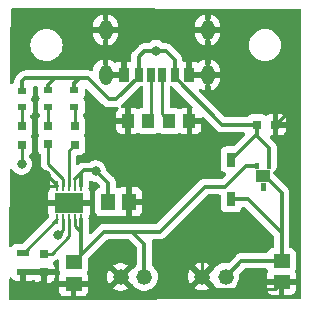
<source format=gbr>
%TF.GenerationSoftware,KiCad,Pcbnew,7.0.10-1.fc38*%
%TF.CreationDate,2024-02-18T19:40:33+00:00*%
%TF.ProjectId,usbc_power_supply_2,75736263-5f70-46f7-9765-725f73757070,rev?*%
%TF.SameCoordinates,Original*%
%TF.FileFunction,Copper,L1,Top*%
%TF.FilePolarity,Positive*%
%FSLAX46Y46*%
G04 Gerber Fmt 4.6, Leading zero omitted, Abs format (unit mm)*
G04 Created by KiCad (PCBNEW 7.0.10-1.fc38) date 2024-02-18 19:40:33*
%MOMM*%
%LPD*%
G01*
G04 APERTURE LIST*
%TA.AperFunction,EtchedComponent*%
%ADD10C,0.050000*%
%TD*%
%TA.AperFunction,SMDPad,CuDef*%
%ADD11R,1.450000X1.150000*%
%TD*%
%TA.AperFunction,ComponentPad*%
%ADD12C,1.320800*%
%TD*%
%TA.AperFunction,SMDPad,CuDef*%
%ADD13R,0.254000X0.812800*%
%TD*%
%TA.AperFunction,SMDPad,CuDef*%
%ADD14R,2.489200X1.752600*%
%TD*%
%TA.AperFunction,SMDPad,CuDef*%
%ADD15R,0.762000X1.219200*%
%TD*%
%TA.AperFunction,SMDPad,CuDef*%
%ADD16R,0.799998X0.755599*%
%TD*%
%TA.AperFunction,SMDPad,CuDef*%
%ADD17R,1.041400X0.558800*%
%TD*%
%TA.AperFunction,SMDPad,CuDef*%
%ADD18R,1.005599X1.199998*%
%TD*%
%TA.AperFunction,SMDPad,CuDef*%
%ADD19R,0.755599X0.799998*%
%TD*%
%TA.AperFunction,SMDPad,CuDef*%
%ADD20R,0.304800X0.508000*%
%TD*%
%TA.AperFunction,SMDPad,CuDef*%
%ADD21R,1.295400X0.990600*%
%TD*%
%TA.AperFunction,ComponentPad*%
%ADD22O,1.117600X1.701800*%
%TD*%
%TA.AperFunction,ComponentPad*%
%ADD23C,0.762000*%
%TD*%
%TA.AperFunction,SMDPad,CuDef*%
%ADD24R,0.812800X1.193800*%
%TD*%
%TA.AperFunction,SMDPad,CuDef*%
%ADD25R,0.762000X1.193800*%
%TD*%
%TA.AperFunction,SMDPad,CuDef*%
%ADD26R,0.711200X1.193800*%
%TD*%
%TA.AperFunction,SMDPad,CuDef*%
%ADD27R,0.800000X0.600000*%
%TD*%
%TA.AperFunction,SMDPad,CuDef*%
%ADD28R,1.150000X1.450000*%
%TD*%
%TA.AperFunction,ViaPad*%
%ADD29C,0.800000*%
%TD*%
%TA.AperFunction,Conductor*%
%ADD30C,0.250000*%
%TD*%
%TA.AperFunction,Conductor*%
%ADD31C,0.300000*%
%TD*%
%TA.AperFunction,Conductor*%
%ADD32C,0.220000*%
%TD*%
%TA.AperFunction,Conductor*%
%ADD33C,0.200000*%
%TD*%
G04 APERTURE END LIST*
D10*
%TO.C,Q1*%
X121714592Y-115533846D02*
X121448209Y-115533846D01*
X121448209Y-115533846D02*
X121448209Y-114953160D01*
X121448209Y-114953160D02*
X121714592Y-114953160D01*
X121714592Y-114953160D02*
X121714592Y-115533846D01*
G36*
X121714592Y-115533846D02*
G01*
X121448209Y-115533846D01*
X121448209Y-114953160D01*
X121714592Y-114953160D01*
X121714592Y-115533846D01*
G37*
%TD*%
D11*
%TO.P,C3,1*%
%TO.N,+BATT*%
X105540000Y-121650000D03*
%TO.P,C3,2*%
%TO.N,GND*%
X105540000Y-123450000D03*
%TD*%
D12*
%TO.P,J2,1,1*%
%TO.N,/Out+*%
X118406601Y-122845100D03*
%TO.P,J2,2,2*%
%TO.N,GND*%
X116406599Y-122845100D03*
%TD*%
D13*
%TO.P,U2,1,VDD*%
%TO.N,VBUS*%
X106160000Y-115206000D03*
%TO.P,U2,2,VDD*%
X105659998Y-115206000D03*
%TO.P,U2,3,STAT1*%
%TO.N,Net-(U2-STAT1)*%
X105159999Y-115206000D03*
%TO.P,U2,4,STAT2*%
%TO.N,Net-(U2-STAT2)*%
X104660000Y-115206000D03*
%TO.P,U2,5,VSS*%
%TO.N,GND*%
X104159998Y-115206000D03*
%TO.P,U2,6,PROG*%
%TO.N,Net-(U2-PROG)*%
X104159998Y-118000000D03*
%TO.P,U2,7,PG*%
%TO.N,Net-(U2-PG)*%
X104660000Y-118000000D03*
%TO.P,U2,8,THERM*%
%TO.N,Net-(U2-THERM)*%
X105159999Y-118000000D03*
%TO.P,U2,9,VBAT*%
%TO.N,+BATT*%
X105659998Y-118000000D03*
%TO.P,U2,10,VBAT*%
X106160000Y-118000000D03*
D14*
%TO.P,U2,11,EP*%
%TO.N,GND*%
X105159999Y-116603000D03*
%TD*%
D15*
%TO.P,U1,1,CATHODE*%
%TO.N,/Out+*%
X118890000Y-116296400D03*
%TO.P,U1,2,ANODE*%
%TO.N,VBUS*%
X118890000Y-112943600D03*
%TD*%
D16*
%TO.P,R8,1*%
%TO.N,Net-(U2-THERM)*%
X103030000Y-120930000D03*
%TO.P,R8,2*%
%TO.N,GND*%
X103030000Y-122485598D03*
%TD*%
%TO.P,R7,1*%
%TO.N,Net-(U2-PG)*%
X101140000Y-111697799D03*
%TO.P,R7,2*%
%TO.N,Net-(D3-K)*%
X101140000Y-110142201D03*
%TD*%
D17*
%TO.P,R6,1*%
%TO.N,Net-(U2-PROG)*%
X101290000Y-120840000D03*
%TO.P,R6,2*%
%TO.N,GND*%
X101290000Y-122440200D03*
%TD*%
D16*
%TO.P,R5,2*%
%TO.N,Net-(D1-K)*%
X103400000Y-110104402D03*
%TO.P,R5,1*%
%TO.N,Net-(U2-STAT2)*%
X103400000Y-111660000D03*
%TD*%
%TO.P,R4,2*%
%TO.N,Net-(D2-K)*%
X105630000Y-110114402D03*
%TO.P,R4,1*%
%TO.N,Net-(U2-STAT1)*%
X105630000Y-111670000D03*
%TD*%
D18*
%TO.P,R3,1*%
%TO.N,Net-(J1-CC2)*%
X111860000Y-109680000D03*
%TO.P,R3,2*%
%TO.N,GND*%
X110154402Y-109680000D03*
%TD*%
%TO.P,R2,1*%
%TO.N,Net-(J1-CC1)*%
X113650000Y-109670000D03*
%TO.P,R2,2*%
%TO.N,GND*%
X115355598Y-109670000D03*
%TD*%
D19*
%TO.P,R1,1*%
%TO.N,VBUS*%
X121082201Y-109990000D03*
%TO.P,R1,2*%
%TO.N,GND*%
X122637799Y-109990000D03*
%TD*%
D20*
%TO.P,Q1,1,G*%
%TO.N,VBUS*%
X122085099Y-113457500D03*
%TO.P,Q1,2,S*%
%TO.N,+BATT*%
X121085101Y-113457500D03*
D21*
%TO.P,Q1,3,D*%
%TO.N,/Out+*%
X121585100Y-114357501D03*
%TD*%
D12*
%TO.P,J3,2,2*%
%TO.N,GND*%
X109526599Y-122875100D03*
%TO.P,J3,1,1*%
%TO.N,+BATT*%
X111526601Y-122875100D03*
%TD*%
D22*
%TO.P,J1,10,PAD*%
%TO.N,GND*%
X108250000Y-101950000D03*
%TO.P,J1,9,PAD*%
X108250000Y-105750000D03*
%TO.P,J1,7,PAD*%
X116890004Y-105750000D03*
%TO.P,J1,8,PAD*%
X116890004Y-101950000D03*
D23*
%TO.P,J1,13*%
%TO.N,N/C*%
X116890004Y-101950000D03*
D24*
%TO.P,J1,6,GND*%
%TO.N,GND*%
X109820007Y-105750006D03*
D25*
%TO.P,J1,5,VBUS*%
%TO.N,VBUS*%
X111050005Y-105750006D03*
D26*
%TO.P,J1,4,CC2*%
%TO.N,Net-(J1-CC2)*%
X112070003Y-105750006D03*
%TO.P,J1,3,CC1*%
%TO.N,Net-(J1-CC1)*%
X113070001Y-105750006D03*
D25*
%TO.P,J1,2,VBUS*%
%TO.N,VBUS*%
X114089999Y-105750006D03*
D24*
%TO.P,J1,1,GND*%
%TO.N,GND*%
X115319997Y-105750006D03*
%TD*%
D27*
%TO.P,D3,2,A*%
%TO.N,VBUS*%
X101190000Y-107110000D03*
%TO.P,D3,1,K*%
%TO.N,Net-(D3-K)*%
X101190000Y-108510000D03*
%TD*%
%TO.P,D2,1,K*%
%TO.N,Net-(D2-K)*%
X105610000Y-108480000D03*
%TO.P,D2,2,A*%
%TO.N,VBUS*%
X105610000Y-107080000D03*
%TD*%
%TO.P,D1,2,A*%
%TO.N,VBUS*%
X103420000Y-107070000D03*
%TO.P,D1,1,K*%
%TO.N,Net-(D1-K)*%
X103420000Y-108470000D03*
%TD*%
D28*
%TO.P,C2,1*%
%TO.N,VBUS*%
X108460000Y-116520000D03*
%TO.P,C2,2*%
%TO.N,GND*%
X110260000Y-116520000D03*
%TD*%
D11*
%TO.P,C1,1*%
%TO.N,/Out+*%
X123150000Y-121500000D03*
%TO.P,C1,2*%
%TO.N,GND*%
X123150000Y-123300000D03*
%TD*%
D29*
%TO.N,GND*%
X108550000Y-121020000D03*
X116420000Y-118590000D03*
X102720000Y-123630000D03*
X101270000Y-123800000D03*
%TO.N,VBUS*%
X107400000Y-113920000D03*
X112530000Y-103710000D03*
%TO.N,GND*%
X102280000Y-115660000D03*
X103230000Y-114210000D03*
X113190000Y-115630000D03*
X123770000Y-108800000D03*
%TO.N,Net-(U2-PG)*%
X101150000Y-113330000D03*
X104240000Y-119350000D03*
%TO.N,GND*%
X110640000Y-111660000D03*
X114430000Y-111600000D03*
X109830000Y-104110000D03*
X115310000Y-104010000D03*
%TD*%
D30*
%TO.N,GND*%
X108550000Y-121020000D02*
X108550000Y-120960000D01*
X109526599Y-122875100D02*
X108550000Y-121898501D01*
X108550000Y-121898501D02*
X108550000Y-121020000D01*
X105540000Y-123450000D02*
X108951699Y-123450000D01*
X108951699Y-123450000D02*
X109526599Y-122875100D01*
D31*
%TO.N,+BATT*%
X110500000Y-119040000D02*
X111540000Y-120080000D01*
X108150000Y-119040000D02*
X110500000Y-119040000D01*
X111540000Y-120080000D02*
X111526601Y-120093399D01*
X111526601Y-120093399D02*
X111526601Y-122875100D01*
X105540000Y-121650000D02*
X108150000Y-119040000D01*
X108150000Y-119040000D02*
X112840000Y-119040000D01*
X112840000Y-119040000D02*
X116640000Y-115240000D01*
X116640000Y-115240000D02*
X118384200Y-115240000D01*
X118384200Y-115240000D02*
X120166700Y-113457500D01*
X120166700Y-113457500D02*
X121085101Y-113457500D01*
D30*
%TO.N,GND*%
X116450000Y-118590000D02*
X116450000Y-118590000D01*
X116420000Y-118590000D02*
X116450000Y-118590000D01*
X116420000Y-118620000D02*
X116420000Y-118590000D01*
X116406599Y-118633401D02*
X116420000Y-118620000D01*
X116406599Y-122845100D02*
X116406599Y-118633401D01*
X123150000Y-123300000D02*
X122569500Y-123880500D01*
X122569500Y-123880500D02*
X117441999Y-123880500D01*
X117441999Y-123880500D02*
X116406599Y-122845100D01*
D31*
%TO.N,/Out+*%
X123150000Y-121500000D02*
X119751701Y-121500000D01*
X119751701Y-121500000D02*
X118406601Y-122845100D01*
X123150000Y-115770001D02*
X123150000Y-119150000D01*
X123150000Y-119150000D02*
X123150000Y-121500000D01*
X118890000Y-116296400D02*
X120296400Y-116296400D01*
X120296400Y-116296400D02*
X123150000Y-119150000D01*
X121585100Y-114357501D02*
X121737500Y-114357501D01*
X121737500Y-114357501D02*
X123150000Y-115770001D01*
D30*
%TO.N,GND*%
X102650000Y-123630000D02*
X102705000Y-123575000D01*
X102720000Y-123630000D02*
X102650000Y-123630000D01*
X102720000Y-123560000D02*
X102720000Y-123630000D01*
X103030000Y-122485598D02*
X103030000Y-123250000D01*
X103030000Y-123250000D02*
X102720000Y-123560000D01*
X101290000Y-123820000D02*
X101290000Y-123840000D01*
X101270000Y-123800000D02*
X101290000Y-123820000D01*
X101290000Y-123780000D02*
X101270000Y-123800000D01*
X101290000Y-123840000D02*
X101300000Y-123850000D01*
X101290000Y-122440200D02*
X101290000Y-123780000D01*
%TO.N,Net-(U2-THERM)*%
X105159999Y-118000000D02*
X105159999Y-119455306D01*
X105159999Y-119455306D02*
X103685305Y-120930000D01*
X103685305Y-120930000D02*
X103030000Y-120930000D01*
%TO.N,Net-(U2-PROG)*%
X104159998Y-118000000D02*
X101319998Y-120840000D01*
X101319998Y-120840000D02*
X101290000Y-120840000D01*
D31*
%TO.N,+BATT*%
X106160000Y-118000000D02*
X106160000Y-119100000D01*
D32*
X105659998Y-118599998D02*
X106160000Y-119100000D01*
D31*
X106160000Y-119100000D02*
X106160000Y-121030000D01*
D32*
X105659998Y-118000000D02*
X105659998Y-118599998D01*
D31*
X106160000Y-121030000D02*
X105540000Y-121650000D01*
%TO.N,VBUS*%
X107480000Y-113920000D02*
X108460000Y-114900000D01*
X107400000Y-113920000D02*
X107480000Y-113920000D01*
X107400000Y-113840000D02*
X107400000Y-113920000D01*
X112580000Y-103760000D02*
X113360000Y-103760000D01*
X112530000Y-103710000D02*
X112580000Y-103760000D01*
X112480000Y-103760000D02*
X112530000Y-103710000D01*
D30*
%TO.N,GND*%
X102280000Y-115640000D02*
X102320000Y-115680000D01*
X102280000Y-115660000D02*
X102280000Y-115640000D01*
X102300000Y-115660000D02*
X102280000Y-115660000D01*
X103243000Y-116603000D02*
X102300000Y-115660000D01*
X105159999Y-116603000D02*
X103243000Y-116603000D01*
X103230000Y-114170000D02*
X103240000Y-114180000D01*
X103230000Y-114210000D02*
X103230000Y-114170000D01*
X103270000Y-114210000D02*
X103230000Y-114210000D01*
X104159998Y-115099998D02*
X103270000Y-114210000D01*
X104159998Y-115206000D02*
X104159998Y-115099998D01*
X113190000Y-115630000D02*
X113170000Y-115650000D01*
X112300000Y-116520000D02*
X113190000Y-115630000D01*
X110260000Y-116520000D02*
X112300000Y-116520000D01*
X123780000Y-108790000D02*
X123780000Y-108760000D01*
X123770000Y-108800000D02*
X123780000Y-108790000D01*
X123780000Y-108810000D02*
X123770000Y-108800000D01*
X122637799Y-109990000D02*
X123780000Y-108847799D01*
X123780000Y-108847799D02*
X123780000Y-108810000D01*
D31*
%TO.N,/Out+*%
X121585100Y-114357501D02*
X121432700Y-114357501D01*
%TO.N,VBUS*%
X121082201Y-110932201D02*
X122090000Y-111940000D01*
X121082201Y-109990000D02*
X121082201Y-110932201D01*
X122090000Y-111940000D02*
X122085099Y-111944901D01*
X122085099Y-111944901D02*
X122085099Y-113457500D01*
X118890000Y-112943600D02*
X121082201Y-110751399D01*
X121082201Y-110751399D02*
X121082201Y-109990000D01*
X114089999Y-105750006D02*
X114089999Y-105965906D01*
X114089999Y-105965906D02*
X118114093Y-109990000D01*
X118114093Y-109990000D02*
X121082201Y-109990000D01*
D30*
%TO.N,Net-(U2-PG)*%
X101140000Y-113340000D02*
X101140000Y-113400000D01*
X101150000Y-113330000D02*
X101140000Y-113340000D01*
X101140000Y-113320000D02*
X101150000Y-113330000D01*
X101140000Y-113400000D02*
X101130000Y-113410000D01*
X101140000Y-111697799D02*
X101140000Y-113320000D01*
X104240000Y-119350000D02*
X104210000Y-119380000D01*
X104660000Y-118930000D02*
X104240000Y-119350000D01*
X104660000Y-118000000D02*
X104660000Y-118930000D01*
%TO.N,Net-(U2-STAT1)*%
X105159999Y-115206000D02*
X105134998Y-115180999D01*
X105134998Y-115180999D02*
X105134998Y-112165002D01*
X105134998Y-112165002D02*
X105630000Y-111670000D01*
D33*
%TO.N,VBUS*%
X105659998Y-115206000D02*
X105659998Y-114600002D01*
D30*
%TO.N,Net-(U2-STAT2)*%
X104660000Y-115206000D02*
X104660000Y-114550000D01*
X104660000Y-114550000D02*
X103400000Y-113290000D01*
X103400000Y-113290000D02*
X103400000Y-111660000D01*
D31*
%TO.N,VBUS*%
X106160000Y-115206000D02*
X106160000Y-114100000D01*
X106160000Y-114100000D02*
X106410000Y-113850000D01*
X105659998Y-114600002D02*
X106410000Y-113850000D01*
X106410000Y-113850000D02*
X107410000Y-113850000D01*
X107410000Y-113850000D02*
X107400000Y-113840000D01*
X108460000Y-114900000D02*
X108460000Y-116520000D01*
D30*
%TO.N,Net-(D3-K)*%
X101140000Y-110142201D02*
X101140000Y-108560000D01*
X101140000Y-108560000D02*
X101190000Y-108510000D01*
%TO.N,Net-(D1-K)*%
X103400000Y-110104402D02*
X103400000Y-108490000D01*
X103400000Y-108490000D02*
X103420000Y-108470000D01*
%TO.N,Net-(D2-K)*%
X105630000Y-110114402D02*
X105630000Y-108500000D01*
X105630000Y-108500000D02*
X105610000Y-108480000D01*
D31*
%TO.N,VBUS*%
X103960000Y-106050000D02*
X106060000Y-106050000D01*
X106060000Y-106050000D02*
X106740000Y-106050000D01*
X105610000Y-107080000D02*
X105610000Y-106500000D01*
X105610000Y-106500000D02*
X106060000Y-106050000D01*
X101470000Y-106050000D02*
X103960000Y-106050000D01*
X103420000Y-107070000D02*
X103420000Y-106590000D01*
X103420000Y-106590000D02*
X103960000Y-106050000D01*
X101190000Y-107110000D02*
X101190000Y-106330000D01*
X101190000Y-106330000D02*
X101470000Y-106050000D01*
X106740000Y-106050000D02*
X108520000Y-107830000D01*
X108520000Y-107840000D02*
X109175911Y-107840000D01*
X108520000Y-107830000D02*
X108520000Y-107840000D01*
X109175911Y-107840000D02*
X111050005Y-105965906D01*
X111050005Y-105965906D02*
X111050005Y-105750006D01*
D30*
%TO.N,GND*%
X110680000Y-111660000D02*
X110680000Y-111660000D01*
X110640000Y-111660000D02*
X110680000Y-111660000D01*
X110640000Y-111620000D02*
X110640000Y-111660000D01*
X114430000Y-111620000D02*
X114390000Y-111660000D01*
X114430000Y-111600000D02*
X114430000Y-111620000D01*
X114450000Y-111600000D02*
X114430000Y-111600000D01*
X115355598Y-110694402D02*
X114450000Y-111600000D01*
X115355598Y-109670000D02*
X115355598Y-110694402D01*
X110154402Y-111134402D02*
X110640000Y-111620000D01*
X110154402Y-109680000D02*
X110154402Y-111134402D01*
%TO.N,Net-(J1-CC1)*%
X113070001Y-105750006D02*
X113070001Y-109090001D01*
X113070001Y-109090001D02*
X113650000Y-109670000D01*
%TO.N,Net-(J1-CC2)*%
X112070003Y-105750006D02*
X112070003Y-109469997D01*
X112070003Y-109469997D02*
X111860000Y-109680000D01*
%TO.N,GND*%
X109820007Y-104100007D02*
X109820007Y-104049993D01*
X109830000Y-104110000D02*
X109820007Y-104100007D01*
X109820007Y-104119993D02*
X109830000Y-104110000D01*
X115319997Y-104000003D02*
X115319997Y-103979997D01*
X115310000Y-104010000D02*
X115319997Y-104000003D01*
X115319997Y-104019997D02*
X115310000Y-104010000D01*
X115319997Y-103979997D02*
X115310000Y-103970000D01*
X115319997Y-105750006D02*
X115319997Y-104019997D01*
X109820007Y-104049993D02*
X109830000Y-104040000D01*
X109820007Y-105750006D02*
X109820007Y-104119993D01*
D31*
%TO.N,VBUS*%
X111050005Y-105750006D02*
X111050005Y-104249995D01*
X111050005Y-104249995D02*
X111540000Y-103760000D01*
X111540000Y-103760000D02*
X112480000Y-103760000D01*
X114089999Y-104489999D02*
X114089999Y-105750006D01*
X113360000Y-103760000D02*
X114089999Y-104489999D01*
%TD*%
%TA.AperFunction,Conductor*%
%TO.N,GND*%
G36*
X124706203Y-100189798D02*
G01*
X124773209Y-100209592D01*
X124818878Y-100262470D01*
X124830000Y-100313798D01*
X124830000Y-124646250D01*
X124810315Y-124713289D01*
X124757511Y-124759044D01*
X124706251Y-124770250D01*
X100214857Y-124819747D01*
X100147777Y-124800198D01*
X100101916Y-124747486D01*
X100090607Y-124695144D01*
X100091710Y-124468350D01*
X100095447Y-123700000D01*
X104315000Y-123700000D01*
X104315000Y-124072844D01*
X104321401Y-124132372D01*
X104321403Y-124132379D01*
X104371645Y-124267086D01*
X104371649Y-124267093D01*
X104457809Y-124382187D01*
X104457812Y-124382190D01*
X104572906Y-124468350D01*
X104572913Y-124468354D01*
X104707620Y-124518596D01*
X104707627Y-124518598D01*
X104767155Y-124524999D01*
X104767172Y-124525000D01*
X105290000Y-124525000D01*
X105290000Y-123700000D01*
X105790000Y-123700000D01*
X105790000Y-124525000D01*
X106312828Y-124525000D01*
X106312844Y-124524999D01*
X106372372Y-124518598D01*
X106372379Y-124518596D01*
X106507086Y-124468354D01*
X106507093Y-124468350D01*
X106622187Y-124382190D01*
X106622190Y-124382187D01*
X106708350Y-124267093D01*
X106708354Y-124267086D01*
X106758596Y-124132379D01*
X106758598Y-124132372D01*
X106764999Y-124072844D01*
X106765000Y-124072827D01*
X106765000Y-123700000D01*
X105790000Y-123700000D01*
X105290000Y-123700000D01*
X104315000Y-123700000D01*
X100095447Y-123700000D01*
X100098706Y-123030085D01*
X100118717Y-122963144D01*
X100171743Y-122917646D01*
X100240949Y-122908039D01*
X100304363Y-122937373D01*
X100321971Y-122956379D01*
X100412109Y-123076787D01*
X100412112Y-123076790D01*
X100527206Y-123162950D01*
X100527213Y-123162954D01*
X100661920Y-123213196D01*
X100661927Y-123213198D01*
X100721455Y-123219599D01*
X100721472Y-123219600D01*
X101040000Y-123219600D01*
X101040000Y-122690200D01*
X101540000Y-122690200D01*
X101540000Y-123219600D01*
X101858528Y-123219600D01*
X101858544Y-123219599D01*
X101918072Y-123213198D01*
X101918079Y-123213196D01*
X102052786Y-123162954D01*
X102052791Y-123162951D01*
X102066872Y-123152410D01*
X102132335Y-123127989D01*
X102200609Y-123142838D01*
X102240453Y-123177361D01*
X102272813Y-123220588D01*
X102387907Y-123306748D01*
X102387914Y-123306752D01*
X102522621Y-123356994D01*
X102522628Y-123356996D01*
X102582156Y-123363397D01*
X102582173Y-123363398D01*
X102780000Y-123363398D01*
X102780000Y-122735598D01*
X103280000Y-122735598D01*
X103280000Y-123363398D01*
X103477827Y-123363398D01*
X103477843Y-123363397D01*
X103537371Y-123356996D01*
X103537378Y-123356994D01*
X103672085Y-123306752D01*
X103672092Y-123306748D01*
X103787186Y-123220588D01*
X103787189Y-123220585D01*
X103873349Y-123105491D01*
X103873353Y-123105484D01*
X103923595Y-122970777D01*
X103923597Y-122970770D01*
X103929998Y-122911242D01*
X103929999Y-122911225D01*
X103929999Y-122735598D01*
X103280000Y-122735598D01*
X102780000Y-122735598D01*
X102183761Y-122735598D01*
X102116722Y-122715913D01*
X102096080Y-122699279D01*
X102087001Y-122690200D01*
X101540000Y-122690200D01*
X101040000Y-122690200D01*
X101040000Y-122314200D01*
X101059685Y-122247161D01*
X101112489Y-122201406D01*
X101164000Y-122190200D01*
X102256940Y-122190200D01*
X102323979Y-122209885D01*
X102344621Y-122226519D01*
X102353700Y-122235598D01*
X103929999Y-122235598D01*
X103929999Y-122059970D01*
X103929998Y-122059953D01*
X103923597Y-122000425D01*
X103923595Y-122000418D01*
X103873353Y-121865711D01*
X103873351Y-121865708D01*
X103811082Y-121782528D01*
X103786664Y-121717064D01*
X103801515Y-121648790D01*
X103811076Y-121633912D01*
X103871455Y-121553256D01*
X103927387Y-121511387D01*
X103935525Y-121508691D01*
X103935691Y-121508618D01*
X103935695Y-121508618D01*
X103952934Y-121498422D01*
X103970408Y-121489862D01*
X103989032Y-121482488D01*
X103989032Y-121482487D01*
X103989037Y-121482486D01*
X104024388Y-121456800D01*
X104034119Y-121450408D01*
X104071725Y-121428170D01*
X104085894Y-121413999D01*
X104100688Y-121401366D01*
X104117621Y-121389065D01*
X104183428Y-121365589D01*
X104251481Y-121381418D01*
X104300173Y-121431527D01*
X104314500Y-121489387D01*
X104314500Y-122272870D01*
X104314501Y-122272876D01*
X104320908Y-122332483D01*
X104371202Y-122467327D01*
X104371204Y-122467331D01*
X104377773Y-122476106D01*
X104402190Y-122541571D01*
X104387338Y-122609843D01*
X104377775Y-122624725D01*
X104371646Y-122632912D01*
X104371645Y-122632913D01*
X104321403Y-122767620D01*
X104321401Y-122767627D01*
X104315000Y-122827155D01*
X104315000Y-123200000D01*
X106765000Y-123200000D01*
X106765000Y-122827172D01*
X106764999Y-122827155D01*
X106758598Y-122767627D01*
X106758597Y-122767623D01*
X106708350Y-122632907D01*
X106702228Y-122624729D01*
X106677809Y-122559265D01*
X106692659Y-122490992D01*
X106702227Y-122476106D01*
X106708796Y-122467331D01*
X106759091Y-122332483D01*
X106765500Y-122272873D01*
X106765499Y-121395806D01*
X106785183Y-121328768D01*
X106801813Y-121308131D01*
X108383127Y-119726819D01*
X108444450Y-119693334D01*
X108470808Y-119690500D01*
X110179192Y-119690500D01*
X110246231Y-119710185D01*
X110266873Y-119726819D01*
X110839782Y-120299728D01*
X110873267Y-120361051D01*
X110876101Y-120387409D01*
X110876101Y-121843627D01*
X110856416Y-121910666D01*
X110826843Y-121942570D01*
X110824014Y-121944706D01*
X110824007Y-121944712D01*
X110824006Y-121944713D01*
X110665010Y-122089656D01*
X110589083Y-122190200D01*
X110583983Y-122196954D01*
X110527874Y-122238590D01*
X110514793Y-122240456D01*
X109930146Y-122825104D01*
X109917926Y-122747950D01*
X109859482Y-122633246D01*
X109768453Y-122542217D01*
X109653749Y-122483773D01*
X109576594Y-122471552D01*
X110151161Y-121896984D01*
X110046046Y-121831901D01*
X109845515Y-121754216D01*
X109634124Y-121714700D01*
X109419074Y-121714700D01*
X109207682Y-121754216D01*
X109207681Y-121754216D01*
X109007150Y-121831902D01*
X109007147Y-121831903D01*
X108902035Y-121896984D01*
X109476604Y-122471552D01*
X109399449Y-122483773D01*
X109284745Y-122542217D01*
X109193716Y-122633246D01*
X109135272Y-122747950D01*
X109123051Y-122825105D01*
X108546010Y-122248064D01*
X108535778Y-122261615D01*
X108439924Y-122454115D01*
X108381070Y-122660968D01*
X108361228Y-122875100D01*
X108381070Y-123089231D01*
X108439924Y-123296084D01*
X108535781Y-123488589D01*
X108546009Y-123502134D01*
X108546010Y-123502135D01*
X109123051Y-122925094D01*
X109135272Y-123002250D01*
X109193716Y-123116954D01*
X109284745Y-123207983D01*
X109399449Y-123266427D01*
X109476604Y-123278647D01*
X108902035Y-123853214D01*
X109007144Y-123918295D01*
X109007150Y-123918297D01*
X109207682Y-123995983D01*
X109419074Y-124035500D01*
X109634124Y-124035500D01*
X109845515Y-123995983D01*
X109845516Y-123995983D01*
X110046047Y-123918297D01*
X110046048Y-123918297D01*
X110151161Y-123853214D01*
X109576594Y-123278647D01*
X109653749Y-123266427D01*
X109768453Y-123207983D01*
X109859482Y-123116954D01*
X109917926Y-123002250D01*
X109930146Y-122925094D01*
X110518580Y-123513528D01*
X110544683Y-123519264D01*
X110583981Y-123553244D01*
X110665012Y-123660546D01*
X110665015Y-123660549D01*
X110824003Y-123805485D01*
X110824005Y-123805486D01*
X110824006Y-123805487D01*
X111006927Y-123918747D01*
X111207545Y-123996467D01*
X111419028Y-124036000D01*
X111419030Y-124036000D01*
X111634172Y-124036000D01*
X111634174Y-124036000D01*
X111845657Y-123996467D01*
X112046275Y-123918747D01*
X112229196Y-123805487D01*
X112388192Y-123660544D01*
X112517846Y-123488853D01*
X112613745Y-123296262D01*
X112672623Y-123089329D01*
X112692474Y-122875100D01*
X112672623Y-122660871D01*
X112613745Y-122453938D01*
X112606157Y-122438700D01*
X112517849Y-122261353D01*
X112517848Y-122261352D01*
X112517846Y-122261347D01*
X112388192Y-122089656D01*
X112229196Y-121944713D01*
X112229191Y-121944710D01*
X112229187Y-121944706D01*
X112226359Y-121942570D01*
X112225346Y-121941205D01*
X112224959Y-121940852D01*
X112225028Y-121940776D01*
X112184732Y-121886454D01*
X112177101Y-121843627D01*
X112177101Y-120225547D01*
X112178617Y-120206215D01*
X112178676Y-120205843D01*
X112180142Y-120198154D01*
X112192759Y-120141707D01*
X112192760Y-120141703D01*
X112192478Y-120132743D01*
X112193945Y-120109444D01*
X112195347Y-120100595D01*
X112189900Y-120042985D01*
X112189413Y-120035226D01*
X112189053Y-120023781D01*
X112187597Y-119977431D01*
X112185094Y-119968818D01*
X112180722Y-119945893D01*
X112179879Y-119936973D01*
X112179879Y-119936971D01*
X112160282Y-119882540D01*
X112157885Y-119875164D01*
X112150311Y-119849090D01*
X112150513Y-119779221D01*
X112188458Y-119720552D01*
X112252097Y-119691712D01*
X112269389Y-119690500D01*
X112754495Y-119690500D01*
X112770505Y-119692267D01*
X112770528Y-119692026D01*
X112778289Y-119692758D01*
X112778296Y-119692760D01*
X112848262Y-119690560D01*
X112852157Y-119690500D01*
X112880925Y-119690500D01*
X112885287Y-119689948D01*
X112896939Y-119689030D01*
X112942569Y-119687597D01*
X112962956Y-119681673D01*
X112981996Y-119677731D01*
X113003058Y-119675071D01*
X113045520Y-119658258D01*
X113056557Y-119654480D01*
X113100398Y-119641744D01*
X113118665Y-119630939D01*
X113136136Y-119622380D01*
X113155871Y-119614568D01*
X113192816Y-119587725D01*
X113202558Y-119581326D01*
X113241865Y-119558081D01*
X113256870Y-119543075D01*
X113271668Y-119530436D01*
X113288837Y-119517963D01*
X113317946Y-119482774D01*
X113325790Y-119474154D01*
X116873127Y-115926819D01*
X116934450Y-115893334D01*
X116960808Y-115890500D01*
X117884500Y-115890500D01*
X117951539Y-115910185D01*
X117997294Y-115962989D01*
X118008500Y-116014500D01*
X118008500Y-116953870D01*
X118008501Y-116953876D01*
X118014908Y-117013483D01*
X118065202Y-117148328D01*
X118065206Y-117148335D01*
X118151452Y-117263544D01*
X118151455Y-117263547D01*
X118266664Y-117349793D01*
X118266671Y-117349797D01*
X118401517Y-117400091D01*
X118401516Y-117400091D01*
X118408444Y-117400835D01*
X118461127Y-117406500D01*
X119318872Y-117406499D01*
X119378483Y-117400091D01*
X119513331Y-117349796D01*
X119628546Y-117263546D01*
X119714796Y-117148331D01*
X119759838Y-117027566D01*
X119801709Y-116971633D01*
X119867173Y-116947216D01*
X119876020Y-116946900D01*
X119975592Y-116946900D01*
X120042631Y-116966585D01*
X120063273Y-116983219D01*
X122463181Y-119383126D01*
X122496666Y-119444449D01*
X122499500Y-119470807D01*
X122499500Y-120300500D01*
X122479815Y-120367539D01*
X122427011Y-120413294D01*
X122380389Y-120423450D01*
X122380423Y-120424099D01*
X122380429Y-120424146D01*
X122380426Y-120424146D01*
X122380436Y-120424324D01*
X122377123Y-120424501D01*
X122317516Y-120430908D01*
X122182671Y-120481202D01*
X122182664Y-120481206D01*
X122067455Y-120567452D01*
X122067452Y-120567455D01*
X121981206Y-120682664D01*
X121981203Y-120682669D01*
X121949066Y-120768834D01*
X121907194Y-120824767D01*
X121841730Y-120849184D01*
X121832884Y-120849500D01*
X119837207Y-120849500D01*
X119821196Y-120847732D01*
X119821174Y-120847974D01*
X119813407Y-120847239D01*
X119743425Y-120849439D01*
X119739530Y-120849500D01*
X119710776Y-120849500D01*
X119710770Y-120849500D01*
X119710764Y-120849501D01*
X119706400Y-120850052D01*
X119694770Y-120850967D01*
X119649134Y-120852401D01*
X119634574Y-120856630D01*
X119628741Y-120858325D01*
X119609697Y-120862269D01*
X119588643Y-120864929D01*
X119588641Y-120864929D01*
X119546197Y-120881733D01*
X119535151Y-120885515D01*
X119491302Y-120898254D01*
X119473026Y-120909063D01*
X119455561Y-120917619D01*
X119435825Y-120925433D01*
X119398888Y-120952269D01*
X119389129Y-120958680D01*
X119349837Y-120981917D01*
X119334825Y-120996929D01*
X119320037Y-121009558D01*
X119302868Y-121022032D01*
X119302866Y-121022034D01*
X119273757Y-121057219D01*
X119265897Y-121065856D01*
X118672765Y-121658988D01*
X118611442Y-121692473D01*
X118562301Y-121693196D01*
X118514174Y-121684200D01*
X118299028Y-121684200D01*
X118087545Y-121723733D01*
X117960676Y-121772882D01*
X117886929Y-121801452D01*
X117886928Y-121801452D01*
X117704003Y-121914714D01*
X117545015Y-122059650D01*
X117545012Y-122059653D01*
X117463983Y-122166954D01*
X117407874Y-122208590D01*
X117394793Y-122210456D01*
X116810146Y-122795104D01*
X116797926Y-122717950D01*
X116739482Y-122603246D01*
X116648453Y-122512217D01*
X116533749Y-122453773D01*
X116456594Y-122441552D01*
X117031161Y-121866984D01*
X116926046Y-121801901D01*
X116725515Y-121724216D01*
X116514124Y-121684700D01*
X116299074Y-121684700D01*
X116087682Y-121724216D01*
X116087681Y-121724216D01*
X115887150Y-121801902D01*
X115887147Y-121801903D01*
X115782035Y-121866984D01*
X116356604Y-122441552D01*
X116279449Y-122453773D01*
X116164745Y-122512217D01*
X116073716Y-122603246D01*
X116015272Y-122717950D01*
X116003051Y-122795105D01*
X115426010Y-122218064D01*
X115415778Y-122231615D01*
X115319924Y-122424115D01*
X115261070Y-122630968D01*
X115241228Y-122845100D01*
X115261070Y-123059231D01*
X115319924Y-123266084D01*
X115415781Y-123458589D01*
X115426009Y-123472134D01*
X115426010Y-123472135D01*
X116003051Y-122895094D01*
X116015272Y-122972250D01*
X116073716Y-123086954D01*
X116164745Y-123177983D01*
X116279449Y-123236427D01*
X116356604Y-123248647D01*
X115782035Y-123823214D01*
X115887144Y-123888295D01*
X115887150Y-123888297D01*
X116087682Y-123965983D01*
X116299074Y-124005500D01*
X116514124Y-124005500D01*
X116725515Y-123965983D01*
X116725516Y-123965983D01*
X116926047Y-123888297D01*
X116926048Y-123888297D01*
X117031161Y-123823214D01*
X116456594Y-123248647D01*
X116533749Y-123236427D01*
X116648453Y-123177983D01*
X116739482Y-123086954D01*
X116797926Y-122972250D01*
X116810146Y-122895094D01*
X117398580Y-123483528D01*
X117424683Y-123489264D01*
X117463981Y-123523244D01*
X117545012Y-123630546D01*
X117545015Y-123630549D01*
X117704003Y-123775485D01*
X117704005Y-123775486D01*
X117704006Y-123775487D01*
X117886927Y-123888747D01*
X118087545Y-123966467D01*
X118299028Y-124006000D01*
X118299030Y-124006000D01*
X118514172Y-124006000D01*
X118514174Y-124006000D01*
X118725657Y-123966467D01*
X118926275Y-123888747D01*
X119109196Y-123775487D01*
X119268192Y-123630544D01*
X119329016Y-123550000D01*
X121925000Y-123550000D01*
X121925000Y-123922844D01*
X121931401Y-123982372D01*
X121931403Y-123982379D01*
X121981645Y-124117086D01*
X121981649Y-124117093D01*
X122067809Y-124232187D01*
X122067812Y-124232190D01*
X122182906Y-124318350D01*
X122182913Y-124318354D01*
X122317620Y-124368596D01*
X122317627Y-124368598D01*
X122377155Y-124374999D01*
X122377172Y-124375000D01*
X122900000Y-124375000D01*
X122900000Y-123550000D01*
X123400000Y-123550000D01*
X123400000Y-124375000D01*
X123922828Y-124375000D01*
X123922844Y-124374999D01*
X123982372Y-124368598D01*
X123982379Y-124368596D01*
X124117086Y-124318354D01*
X124117093Y-124318350D01*
X124232187Y-124232190D01*
X124232190Y-124232187D01*
X124318350Y-124117093D01*
X124318354Y-124117086D01*
X124368596Y-123982379D01*
X124368598Y-123982372D01*
X124374999Y-123922844D01*
X124375000Y-123922827D01*
X124375000Y-123550000D01*
X123400000Y-123550000D01*
X122900000Y-123550000D01*
X121925000Y-123550000D01*
X119329016Y-123550000D01*
X119397846Y-123458853D01*
X119493745Y-123266262D01*
X119552623Y-123059329D01*
X119572474Y-122845100D01*
X119561391Y-122725499D01*
X119556989Y-122677988D01*
X119570404Y-122609418D01*
X119592776Y-122578870D01*
X119984828Y-122186819D01*
X120046151Y-122153334D01*
X120072509Y-122150500D01*
X121832885Y-122150500D01*
X121899924Y-122170185D01*
X121945679Y-122222989D01*
X121949067Y-122231167D01*
X121981202Y-122317327D01*
X121981204Y-122317331D01*
X121987773Y-122326106D01*
X122012190Y-122391571D01*
X121997338Y-122459843D01*
X121987775Y-122474725D01*
X121981646Y-122482912D01*
X121981645Y-122482913D01*
X121931403Y-122617620D01*
X121931401Y-122617627D01*
X121925000Y-122677155D01*
X121925000Y-123050000D01*
X124375000Y-123050000D01*
X124375000Y-122677172D01*
X124374999Y-122677155D01*
X124368598Y-122617627D01*
X124368597Y-122617623D01*
X124318350Y-122482907D01*
X124312228Y-122474729D01*
X124287809Y-122409265D01*
X124302659Y-122340992D01*
X124312227Y-122326106D01*
X124318796Y-122317331D01*
X124369091Y-122182483D01*
X124375500Y-122122873D01*
X124375499Y-120877128D01*
X124369091Y-120817517D01*
X124350933Y-120768834D01*
X124318797Y-120682671D01*
X124318793Y-120682664D01*
X124232547Y-120567455D01*
X124232544Y-120567452D01*
X124117335Y-120481206D01*
X124117328Y-120481202D01*
X123982482Y-120430908D01*
X123982483Y-120430908D01*
X123922883Y-120424501D01*
X123922881Y-120424500D01*
X123922873Y-120424500D01*
X123922864Y-120424500D01*
X123919548Y-120424322D01*
X123919615Y-120423065D01*
X123857461Y-120404815D01*
X123811706Y-120352011D01*
X123800500Y-120300500D01*
X123800500Y-119235503D01*
X123802268Y-119219491D01*
X123802026Y-119219469D01*
X123802760Y-119211706D01*
X123800561Y-119141722D01*
X123800500Y-119137828D01*
X123800500Y-115855504D01*
X123802268Y-115839492D01*
X123802026Y-115839470D01*
X123802760Y-115831707D01*
X123800561Y-115761723D01*
X123800500Y-115757829D01*
X123800500Y-115729079D01*
X123800499Y-115729072D01*
X123799950Y-115724726D01*
X123799031Y-115713063D01*
X123798985Y-115711586D01*
X123797598Y-115667432D01*
X123791676Y-115647051D01*
X123787731Y-115627996D01*
X123785072Y-115606950D01*
X123785071Y-115606948D01*
X123785071Y-115606943D01*
X123768267Y-115564502D01*
X123764484Y-115553453D01*
X123764257Y-115552671D01*
X123751745Y-115509603D01*
X123751142Y-115508584D01*
X123740936Y-115491325D01*
X123732378Y-115473856D01*
X123724568Y-115454130D01*
X123697721Y-115417180D01*
X123691331Y-115407450D01*
X123668081Y-115368136D01*
X123653075Y-115353130D01*
X123640435Y-115338331D01*
X123627961Y-115321161D01*
X123592780Y-115292057D01*
X123584140Y-115284195D01*
X122469619Y-114169674D01*
X122436134Y-114108351D01*
X122433300Y-114081993D01*
X122433300Y-114075129D01*
X122452985Y-114008090D01*
X122490860Y-113970431D01*
X122492467Y-113969411D01*
X122503039Y-113962702D01*
X122615547Y-113842893D01*
X122641583Y-113795535D01*
X122662609Y-113757288D01*
X122694726Y-113698868D01*
X122735599Y-113539677D01*
X122735599Y-112047431D01*
X122738585Y-112020381D01*
X122742760Y-112001704D01*
X122742478Y-111992743D01*
X122743945Y-111969445D01*
X122745162Y-111961761D01*
X122745347Y-111960595D01*
X122739901Y-111902985D01*
X122739413Y-111895225D01*
X122739255Y-111890206D01*
X122737597Y-111837431D01*
X122735094Y-111828818D01*
X122730723Y-111805905D01*
X122729879Y-111796971D01*
X122710281Y-111742538D01*
X122707884Y-111735161D01*
X122691744Y-111679602D01*
X122691742Y-111679598D01*
X122691741Y-111679595D01*
X122687180Y-111671883D01*
X122677241Y-111650763D01*
X122674206Y-111642332D01*
X122668526Y-111633974D01*
X122641689Y-111594486D01*
X122637526Y-111587924D01*
X122608082Y-111538137D01*
X122608081Y-111538135D01*
X122601736Y-111531790D01*
X122586864Y-111513812D01*
X122581825Y-111506398D01*
X122575646Y-111500950D01*
X122538440Y-111468148D01*
X122532762Y-111462816D01*
X122171626Y-111101680D01*
X122138141Y-111040357D01*
X122143125Y-110970665D01*
X122184997Y-110914732D01*
X122250461Y-110890315D01*
X122259307Y-110889999D01*
X122387799Y-110889999D01*
X122387799Y-110240000D01*
X122887799Y-110240000D01*
X122887799Y-110889999D01*
X123063427Y-110889999D01*
X123063443Y-110889998D01*
X123122971Y-110883597D01*
X123122978Y-110883595D01*
X123257685Y-110833353D01*
X123257692Y-110833349D01*
X123372786Y-110747189D01*
X123372789Y-110747186D01*
X123458949Y-110632092D01*
X123458953Y-110632085D01*
X123509195Y-110497378D01*
X123509197Y-110497371D01*
X123515598Y-110437843D01*
X123515599Y-110437826D01*
X123515599Y-110240000D01*
X122887799Y-110240000D01*
X122387799Y-110240000D01*
X122387799Y-109090001D01*
X122887799Y-109090001D01*
X122887799Y-109740000D01*
X123515599Y-109740000D01*
X123515599Y-109542173D01*
X123515598Y-109542156D01*
X123509197Y-109482628D01*
X123509195Y-109482621D01*
X123458953Y-109347914D01*
X123458949Y-109347907D01*
X123372789Y-109232813D01*
X123372786Y-109232810D01*
X123257692Y-109146650D01*
X123257685Y-109146646D01*
X123122978Y-109096404D01*
X123122971Y-109096402D01*
X123063443Y-109090001D01*
X122887799Y-109090001D01*
X122387799Y-109090001D01*
X122212154Y-109090001D01*
X122152626Y-109096402D01*
X122152619Y-109096404D01*
X122017912Y-109146646D01*
X122017906Y-109146650D01*
X121934726Y-109208918D01*
X121869262Y-109233335D01*
X121800989Y-109218483D01*
X121786105Y-109208917D01*
X121702336Y-109146207D01*
X121702329Y-109146203D01*
X121567483Y-109095909D01*
X121567484Y-109095909D01*
X121507884Y-109089502D01*
X121507882Y-109089501D01*
X121507874Y-109089501D01*
X121507865Y-109089501D01*
X120656530Y-109089501D01*
X120656524Y-109089502D01*
X120596917Y-109095909D01*
X120462072Y-109146203D01*
X120462065Y-109146207D01*
X120346857Y-109232453D01*
X120346856Y-109232454D01*
X120346855Y-109232455D01*
X120303917Y-109289812D01*
X120247985Y-109331682D01*
X120204652Y-109339500D01*
X118434901Y-109339500D01*
X118367862Y-109319815D01*
X118347220Y-109303181D01*
X116185037Y-107140998D01*
X116151552Y-107079675D01*
X116156536Y-107009983D01*
X116198408Y-106954050D01*
X116263872Y-106929633D01*
X116331171Y-106943959D01*
X116482850Y-107025033D01*
X116482853Y-107025034D01*
X116640004Y-107072705D01*
X116640004Y-106712256D01*
X116659689Y-106645217D01*
X116712493Y-106599462D01*
X116781651Y-106589518D01*
X116797451Y-106592852D01*
X116813680Y-106597400D01*
X116813682Y-106597400D01*
X116927989Y-106597400D01*
X116999119Y-106587623D01*
X117068214Y-106597995D01*
X117120733Y-106644077D01*
X117140004Y-106710468D01*
X117140004Y-107072705D01*
X117297154Y-107025034D01*
X117297157Y-107025033D01*
X117481082Y-106926723D01*
X117481089Y-106926719D01*
X117642311Y-106794407D01*
X117774623Y-106633185D01*
X117774627Y-106633178D01*
X117872939Y-106449250D01*
X117933484Y-106249659D01*
X117948804Y-106094111D01*
X117948804Y-106000000D01*
X117549300Y-106000000D01*
X117482261Y-105980315D01*
X117436506Y-105927511D01*
X117427893Y-105901228D01*
X117418161Y-105854393D01*
X117395639Y-105810928D01*
X117382274Y-105742351D01*
X117388895Y-105712361D01*
X117426263Y-105607219D01*
X117435058Y-105582474D01*
X117476057Y-105525898D01*
X117541134Y-105500468D01*
X117551898Y-105500000D01*
X117948804Y-105500000D01*
X117948804Y-105405888D01*
X117933484Y-105250340D01*
X117872939Y-105050749D01*
X117774627Y-104866821D01*
X117774623Y-104866814D01*
X117642311Y-104705592D01*
X117481089Y-104573280D01*
X117481082Y-104573276D01*
X117297156Y-104474965D01*
X117140004Y-104427293D01*
X117140004Y-104787743D01*
X117120319Y-104854782D01*
X117067515Y-104900537D01*
X116998357Y-104910481D01*
X116982551Y-104907145D01*
X116966330Y-104902600D01*
X116966328Y-104902600D01*
X116852019Y-104902600D01*
X116852017Y-104902600D01*
X116780888Y-104912376D01*
X116711793Y-104902003D01*
X116659274Y-104855921D01*
X116640004Y-104789531D01*
X116640004Y-104427293D01*
X116640003Y-104427293D01*
X116482851Y-104474965D01*
X116298925Y-104573276D01*
X116298918Y-104573280D01*
X116132988Y-104709457D01*
X116131959Y-104708204D01*
X116077510Y-104737925D01*
X116007819Y-104732930D01*
X115976859Y-104716021D01*
X115968486Y-104709753D01*
X115968483Y-104709751D01*
X115833776Y-104659509D01*
X115833769Y-104659507D01*
X115774241Y-104653106D01*
X115569997Y-104653106D01*
X115569997Y-105500006D01*
X115839516Y-105500006D01*
X115839572Y-105500000D01*
X116230708Y-105500000D01*
X116297747Y-105519685D01*
X116343502Y-105572489D01*
X116352115Y-105598772D01*
X116361847Y-105645607D01*
X116361848Y-105645610D01*
X116384368Y-105689072D01*
X116397733Y-105757651D01*
X116391110Y-105787644D01*
X116344950Y-105917525D01*
X116303952Y-105974102D01*
X116238874Y-105999532D01*
X116228110Y-106000000D01*
X116218085Y-106000000D01*
X116218029Y-106000006D01*
X115193997Y-106000006D01*
X115126958Y-105980321D01*
X115081203Y-105927517D01*
X115069997Y-105876006D01*
X115069997Y-104653106D01*
X114866110Y-104653106D01*
X114799071Y-104633421D01*
X114753316Y-104580617D01*
X114742171Y-104533001D01*
X114740560Y-104481734D01*
X114740499Y-104477839D01*
X114740499Y-104449076D01*
X114740498Y-104449069D01*
X114739948Y-104444715D01*
X114739029Y-104433053D01*
X114738417Y-104413577D01*
X114737596Y-104387429D01*
X114731675Y-104367051D01*
X114727730Y-104348002D01*
X114725070Y-104326941D01*
X114708260Y-104284486D01*
X114704480Y-104273444D01*
X114691742Y-104229598D01*
X114680940Y-104211334D01*
X114672378Y-104193857D01*
X114670470Y-104189039D01*
X114664567Y-104174128D01*
X114637736Y-104137198D01*
X114631322Y-104127434D01*
X114608081Y-104088136D01*
X114608080Y-104088134D01*
X114593074Y-104073128D01*
X114580434Y-104058329D01*
X114567960Y-104041159D01*
X114532779Y-104012055D01*
X114524139Y-104004193D01*
X113880434Y-103360488D01*
X113870361Y-103347914D01*
X113870174Y-103348070D01*
X113865198Y-103342054D01*
X113814167Y-103294134D01*
X113811369Y-103291423D01*
X113791035Y-103271089D01*
X113787548Y-103268384D01*
X113778669Y-103260800D01*
X113745396Y-103229554D01*
X113745388Y-103229548D01*
X113726792Y-103219325D01*
X113710531Y-103208644D01*
X113693763Y-103195637D01*
X113677409Y-103188560D01*
X113651853Y-103177501D01*
X113641394Y-103172377D01*
X113601368Y-103150373D01*
X113601365Y-103150372D01*
X113580801Y-103145092D01*
X113562396Y-103138790D01*
X113542927Y-103130365D01*
X113542921Y-103130363D01*
X113497837Y-103123223D01*
X113486398Y-103120854D01*
X113442180Y-103109500D01*
X113442177Y-103109500D01*
X113420955Y-103109500D01*
X113401555Y-103107973D01*
X113380596Y-103104653D01*
X113380595Y-103104653D01*
X113337822Y-103108696D01*
X113335140Y-103108950D01*
X113323470Y-103109500D01*
X113256258Y-103109500D01*
X113189219Y-103089815D01*
X113164109Y-103068473D01*
X113135871Y-103037112D01*
X113135864Y-103037106D01*
X112982734Y-102925851D01*
X112982729Y-102925848D01*
X112809807Y-102848857D01*
X112809802Y-102848855D01*
X112664001Y-102817865D01*
X112624646Y-102809500D01*
X112435354Y-102809500D01*
X112402897Y-102816398D01*
X112250197Y-102848855D01*
X112250192Y-102848857D01*
X112077270Y-102925848D01*
X112077265Y-102925851D01*
X111924135Y-103037106D01*
X111924128Y-103037112D01*
X111895891Y-103068473D01*
X111836405Y-103105121D01*
X111803742Y-103109500D01*
X111625506Y-103109500D01*
X111609495Y-103107732D01*
X111609473Y-103107974D01*
X111601706Y-103107239D01*
X111531724Y-103109439D01*
X111527829Y-103109500D01*
X111499075Y-103109500D01*
X111499069Y-103109500D01*
X111499063Y-103109501D01*
X111494699Y-103110052D01*
X111483069Y-103110967D01*
X111437433Y-103112401D01*
X111422873Y-103116630D01*
X111417040Y-103118325D01*
X111397996Y-103122269D01*
X111376942Y-103124929D01*
X111376940Y-103124929D01*
X111334496Y-103141733D01*
X111323450Y-103145515D01*
X111279601Y-103158254D01*
X111261325Y-103169063D01*
X111243860Y-103177619D01*
X111224124Y-103185433D01*
X111187187Y-103212269D01*
X111177428Y-103218680D01*
X111138136Y-103241917D01*
X111123124Y-103256929D01*
X111108336Y-103269558D01*
X111091167Y-103282032D01*
X111091165Y-103282034D01*
X111062056Y-103317219D01*
X111054196Y-103325856D01*
X110650488Y-103729564D01*
X110637915Y-103739638D01*
X110638070Y-103739825D01*
X110632063Y-103744794D01*
X110584138Y-103795828D01*
X110581432Y-103798620D01*
X110561095Y-103818958D01*
X110561082Y-103818973D01*
X110558378Y-103822458D01*
X110550811Y-103831317D01*
X110519557Y-103864602D01*
X110509327Y-103883208D01*
X110498651Y-103899459D01*
X110485645Y-103916227D01*
X110485641Y-103916233D01*
X110467513Y-103958125D01*
X110462374Y-103968614D01*
X110440377Y-104008625D01*
X110440377Y-104008626D01*
X110435096Y-104029194D01*
X110428796Y-104047596D01*
X110420369Y-104067068D01*
X110413228Y-104112157D01*
X110410859Y-104123595D01*
X110399505Y-104167812D01*
X110399505Y-104189039D01*
X110397978Y-104208439D01*
X110394658Y-104229398D01*
X110398955Y-104274853D01*
X110399505Y-104286523D01*
X110399505Y-104529106D01*
X110379820Y-104596145D01*
X110327016Y-104641900D01*
X110275505Y-104653106D01*
X110070007Y-104653106D01*
X110070007Y-105876006D01*
X110050322Y-105943045D01*
X109997518Y-105988800D01*
X109946007Y-106000006D01*
X108921975Y-106000006D01*
X108921955Y-106000000D01*
X108909296Y-106000000D01*
X108842257Y-105980315D01*
X108796502Y-105927511D01*
X108787889Y-105901228D01*
X108778157Y-105854393D01*
X108755635Y-105810928D01*
X108742270Y-105742351D01*
X108748891Y-105712361D01*
X108786259Y-105607219D01*
X108795054Y-105582474D01*
X108836053Y-105525898D01*
X108901130Y-105500468D01*
X108911894Y-105500000D01*
X109300432Y-105500000D01*
X109300452Y-105500006D01*
X109570007Y-105500006D01*
X109570007Y-104653106D01*
X109365762Y-104653106D01*
X109306234Y-104659507D01*
X109306227Y-104659509D01*
X109171520Y-104709751D01*
X109171514Y-104709755D01*
X109163141Y-104716023D01*
X109097676Y-104740439D01*
X109029403Y-104725586D01*
X109007336Y-104709066D01*
X109007016Y-104709457D01*
X108841085Y-104573280D01*
X108841078Y-104573276D01*
X108657152Y-104474965D01*
X108500000Y-104427293D01*
X108500000Y-104787743D01*
X108480315Y-104854782D01*
X108427511Y-104900537D01*
X108358353Y-104910481D01*
X108342547Y-104907145D01*
X108326326Y-104902600D01*
X108326324Y-104902600D01*
X108212015Y-104902600D01*
X108212013Y-104902600D01*
X108140884Y-104912376D01*
X108071789Y-104902003D01*
X108019270Y-104855921D01*
X108000000Y-104789531D01*
X108000000Y-104427293D01*
X107999999Y-104427293D01*
X107842847Y-104474965D01*
X107658921Y-104573276D01*
X107658914Y-104573280D01*
X107497692Y-104705592D01*
X107365380Y-104866814D01*
X107365376Y-104866821D01*
X107267064Y-105050749D01*
X107206519Y-105250339D01*
X107195623Y-105360972D01*
X107169462Y-105425759D01*
X107112427Y-105466117D01*
X107042627Y-105469234D01*
X107012488Y-105457481D01*
X106981368Y-105440373D01*
X106981365Y-105440372D01*
X106960801Y-105435092D01*
X106942396Y-105428790D01*
X106922927Y-105420365D01*
X106922921Y-105420363D01*
X106877837Y-105413223D01*
X106866398Y-105410854D01*
X106822180Y-105399500D01*
X106822177Y-105399500D01*
X106800955Y-105399500D01*
X106781555Y-105397973D01*
X106760596Y-105394653D01*
X106760595Y-105394653D01*
X106717822Y-105398696D01*
X106715140Y-105398950D01*
X106703470Y-105399500D01*
X106145504Y-105399500D01*
X106129493Y-105397732D01*
X106129471Y-105397974D01*
X106121704Y-105397240D01*
X106121703Y-105397240D01*
X106051737Y-105399439D01*
X106047842Y-105399500D01*
X104045504Y-105399500D01*
X104029493Y-105397732D01*
X104029471Y-105397974D01*
X104021704Y-105397240D01*
X104021703Y-105397240D01*
X103951737Y-105399439D01*
X103947842Y-105399500D01*
X101555506Y-105399500D01*
X101539495Y-105397732D01*
X101539473Y-105397974D01*
X101531706Y-105397239D01*
X101461724Y-105399439D01*
X101457829Y-105399500D01*
X101429075Y-105399500D01*
X101429069Y-105399500D01*
X101429063Y-105399501D01*
X101424699Y-105400052D01*
X101413069Y-105400967D01*
X101367432Y-105402401D01*
X101367431Y-105402401D01*
X101347041Y-105408325D01*
X101327996Y-105412269D01*
X101306942Y-105414929D01*
X101264490Y-105431736D01*
X101253443Y-105435518D01*
X101209602Y-105448255D01*
X101209595Y-105448258D01*
X101191329Y-105459061D01*
X101173861Y-105467619D01*
X101154128Y-105475432D01*
X101117193Y-105502266D01*
X101107434Y-105508676D01*
X101068132Y-105531920D01*
X101053126Y-105546926D01*
X101038336Y-105559558D01*
X101021167Y-105572032D01*
X101021165Y-105572034D01*
X100992056Y-105607219D01*
X100984196Y-105615856D01*
X100790483Y-105809569D01*
X100777910Y-105819643D01*
X100778065Y-105819830D01*
X100772058Y-105824799D01*
X100724133Y-105875833D01*
X100721427Y-105878625D01*
X100701090Y-105898963D01*
X100701077Y-105898978D01*
X100698373Y-105902463D01*
X100690806Y-105911322D01*
X100659552Y-105944607D01*
X100649322Y-105963213D01*
X100638646Y-105979464D01*
X100625640Y-105996232D01*
X100625636Y-105996238D01*
X100607508Y-106038130D01*
X100602369Y-106048619D01*
X100580372Y-106088630D01*
X100580372Y-106088631D01*
X100575091Y-106109199D01*
X100568791Y-106127601D01*
X100560364Y-106147073D01*
X100553223Y-106192162D01*
X100550854Y-106203600D01*
X100539500Y-106247817D01*
X100539500Y-106269044D01*
X100537973Y-106288444D01*
X100534653Y-106309403D01*
X100534408Y-106317202D01*
X100531125Y-106317098D01*
X100520659Y-106370957D01*
X100484843Y-106413234D01*
X100432457Y-106452450D01*
X100432453Y-106452454D01*
X100402780Y-106492093D01*
X100346846Y-106533963D01*
X100277154Y-106538947D01*
X100215831Y-106505461D01*
X100182347Y-106444137D01*
X100179515Y-106417178D01*
X100181013Y-106109199D01*
X100194920Y-103250000D01*
X101894341Y-103250000D01*
X101914936Y-103485403D01*
X101914938Y-103485413D01*
X101976094Y-103713655D01*
X101976096Y-103713659D01*
X101976097Y-103713663D01*
X102025197Y-103818958D01*
X102075964Y-103927828D01*
X102075965Y-103927830D01*
X102211505Y-104121402D01*
X102378597Y-104288494D01*
X102572169Y-104424034D01*
X102572171Y-104424035D01*
X102786337Y-104523903D01*
X102786343Y-104523904D01*
X102786344Y-104523905D01*
X102841285Y-104538626D01*
X103014592Y-104585063D01*
X103191032Y-104600499D01*
X103191033Y-104600500D01*
X103191034Y-104600500D01*
X103308967Y-104600500D01*
X103308967Y-104600499D01*
X103485408Y-104585063D01*
X103713663Y-104523903D01*
X103927829Y-104424035D01*
X104121401Y-104288495D01*
X104288495Y-104121401D01*
X104424035Y-103927830D01*
X104523903Y-103713663D01*
X104585063Y-103485408D01*
X104605659Y-103250000D01*
X104585063Y-103014592D01*
X104536454Y-102833178D01*
X104523905Y-102786344D01*
X104523904Y-102786343D01*
X104523903Y-102786337D01*
X104424035Y-102572171D01*
X104424034Y-102572169D01*
X104288494Y-102378597D01*
X104204008Y-102294111D01*
X107191200Y-102294111D01*
X107206519Y-102449659D01*
X107267064Y-102649250D01*
X107365376Y-102833178D01*
X107365380Y-102833185D01*
X107497692Y-102994407D01*
X107658914Y-103126719D01*
X107658921Y-103126723D01*
X107842846Y-103225033D01*
X107842849Y-103225034D01*
X108000000Y-103272705D01*
X108000000Y-102912256D01*
X108019685Y-102845217D01*
X108072489Y-102799462D01*
X108141647Y-102789518D01*
X108157447Y-102792852D01*
X108173676Y-102797400D01*
X108173678Y-102797400D01*
X108287985Y-102797400D01*
X108359115Y-102787623D01*
X108428210Y-102797995D01*
X108480729Y-102844077D01*
X108500000Y-102910468D01*
X108500000Y-103272705D01*
X108657150Y-103225034D01*
X108657153Y-103225033D01*
X108841078Y-103126723D01*
X108841085Y-103126719D01*
X109002307Y-102994407D01*
X109134619Y-102833185D01*
X109134623Y-102833178D01*
X109232935Y-102649250D01*
X109293480Y-102449659D01*
X109308800Y-102294111D01*
X115831204Y-102294111D01*
X115846523Y-102449659D01*
X115907068Y-102649250D01*
X116005380Y-102833178D01*
X116005384Y-102833185D01*
X116137696Y-102994407D01*
X116298918Y-103126719D01*
X116298925Y-103126723D01*
X116482850Y-103225033D01*
X116482853Y-103225034D01*
X116640004Y-103272705D01*
X116640004Y-102912256D01*
X116659689Y-102845217D01*
X116712493Y-102799462D01*
X116781651Y-102789518D01*
X116797451Y-102792852D01*
X116813680Y-102797400D01*
X116813682Y-102797400D01*
X116927989Y-102797400D01*
X116999119Y-102787623D01*
X117068214Y-102797995D01*
X117120733Y-102844077D01*
X117140004Y-102910468D01*
X117140004Y-103272705D01*
X117214852Y-103250000D01*
X120394341Y-103250000D01*
X120414936Y-103485403D01*
X120414938Y-103485413D01*
X120476094Y-103713655D01*
X120476096Y-103713659D01*
X120476097Y-103713663D01*
X120525197Y-103818958D01*
X120575964Y-103927828D01*
X120575965Y-103927830D01*
X120711505Y-104121402D01*
X120878597Y-104288494D01*
X121072169Y-104424034D01*
X121072171Y-104424035D01*
X121286337Y-104523903D01*
X121286343Y-104523904D01*
X121286344Y-104523905D01*
X121341285Y-104538626D01*
X121514592Y-104585063D01*
X121691032Y-104600499D01*
X121691033Y-104600500D01*
X121691034Y-104600500D01*
X121808967Y-104600500D01*
X121808967Y-104600499D01*
X121985408Y-104585063D01*
X122213663Y-104523903D01*
X122427829Y-104424035D01*
X122621401Y-104288495D01*
X122788495Y-104121401D01*
X122924035Y-103927830D01*
X123023903Y-103713663D01*
X123085063Y-103485408D01*
X123105659Y-103250000D01*
X123085063Y-103014592D01*
X123036454Y-102833178D01*
X123023905Y-102786344D01*
X123023904Y-102786343D01*
X123023903Y-102786337D01*
X122924035Y-102572171D01*
X122924034Y-102572169D01*
X122788494Y-102378597D01*
X122621402Y-102211505D01*
X122427830Y-102075965D01*
X122427828Y-102075964D01*
X122283659Y-102008737D01*
X122213663Y-101976097D01*
X122213659Y-101976096D01*
X122213655Y-101976094D01*
X121985413Y-101914938D01*
X121985403Y-101914936D01*
X121808967Y-101899500D01*
X121808966Y-101899500D01*
X121691034Y-101899500D01*
X121691033Y-101899500D01*
X121514596Y-101914936D01*
X121514586Y-101914938D01*
X121286344Y-101976094D01*
X121286335Y-101976098D01*
X121072171Y-102075964D01*
X121072169Y-102075965D01*
X120878597Y-102211505D01*
X120711506Y-102378597D01*
X120711501Y-102378604D01*
X120575967Y-102572165D01*
X120575965Y-102572169D01*
X120476098Y-102786335D01*
X120476094Y-102786344D01*
X120414938Y-103014586D01*
X120414936Y-103014596D01*
X120394341Y-103249999D01*
X120394341Y-103250000D01*
X117214852Y-103250000D01*
X117297154Y-103225034D01*
X117297157Y-103225033D01*
X117481082Y-103126723D01*
X117481089Y-103126719D01*
X117642311Y-102994407D01*
X117774623Y-102833185D01*
X117774627Y-102833178D01*
X117872939Y-102649250D01*
X117933484Y-102449659D01*
X117948804Y-102294111D01*
X117948804Y-102200000D01*
X117549300Y-102200000D01*
X117482261Y-102180315D01*
X117436506Y-102127511D01*
X117427893Y-102101228D01*
X117418161Y-102054393D01*
X117408405Y-102035564D01*
X117394504Y-101978518D01*
X117394504Y-101917959D01*
X117401664Y-101876433D01*
X117405931Y-101864429D01*
X117414749Y-101839615D01*
X117435058Y-101782474D01*
X117476057Y-101725898D01*
X117541134Y-101700468D01*
X117551898Y-101700000D01*
X117948804Y-101700000D01*
X117948804Y-101605888D01*
X117933484Y-101450340D01*
X117872939Y-101250749D01*
X117774627Y-101066821D01*
X117774623Y-101066814D01*
X117642311Y-100905592D01*
X117481089Y-100773280D01*
X117481082Y-100773276D01*
X117297156Y-100674965D01*
X117140004Y-100627293D01*
X117140004Y-100987743D01*
X117120319Y-101054782D01*
X117067515Y-101100537D01*
X116998357Y-101110481D01*
X116982551Y-101107145D01*
X116966330Y-101102600D01*
X116966328Y-101102600D01*
X116852019Y-101102600D01*
X116852017Y-101102600D01*
X116780888Y-101112376D01*
X116711793Y-101102003D01*
X116659274Y-101055921D01*
X116640004Y-100989531D01*
X116640004Y-100627293D01*
X116640003Y-100627293D01*
X116482851Y-100674965D01*
X116298925Y-100773276D01*
X116298918Y-100773280D01*
X116137696Y-100905592D01*
X116005384Y-101066814D01*
X116005380Y-101066821D01*
X115907068Y-101250749D01*
X115846523Y-101450340D01*
X115831204Y-101605888D01*
X115831204Y-101700000D01*
X116230708Y-101700000D01*
X116297747Y-101719685D01*
X116343502Y-101772489D01*
X116352115Y-101798772D01*
X116361847Y-101845606D01*
X116361848Y-101845611D01*
X116371600Y-101864429D01*
X116385504Y-101921480D01*
X116385504Y-101982040D01*
X116378344Y-102023566D01*
X116344950Y-102117526D01*
X116303952Y-102174102D01*
X116238874Y-102199532D01*
X116228110Y-102200000D01*
X115831204Y-102200000D01*
X115831204Y-102294111D01*
X109308800Y-102294111D01*
X109308800Y-102200000D01*
X108909296Y-102200000D01*
X108842257Y-102180315D01*
X108796502Y-102127511D01*
X108787889Y-102101228D01*
X108778157Y-102054393D01*
X108755635Y-102010928D01*
X108742270Y-101942351D01*
X108748891Y-101912361D01*
X108779200Y-101827078D01*
X108795054Y-101782474D01*
X108836053Y-101725898D01*
X108901130Y-101700468D01*
X108911894Y-101700000D01*
X109308800Y-101700000D01*
X109308800Y-101605888D01*
X109293480Y-101450340D01*
X109232935Y-101250749D01*
X109134623Y-101066821D01*
X109134619Y-101066814D01*
X109002307Y-100905592D01*
X108841085Y-100773280D01*
X108841078Y-100773276D01*
X108657152Y-100674965D01*
X108500000Y-100627293D01*
X108500000Y-100987743D01*
X108480315Y-101054782D01*
X108427511Y-101100537D01*
X108358353Y-101110481D01*
X108342547Y-101107145D01*
X108326326Y-101102600D01*
X108326324Y-101102600D01*
X108212015Y-101102600D01*
X108212013Y-101102600D01*
X108140884Y-101112376D01*
X108071789Y-101102003D01*
X108019270Y-101055921D01*
X108000000Y-100989531D01*
X108000000Y-100627293D01*
X107999999Y-100627293D01*
X107842847Y-100674965D01*
X107658921Y-100773276D01*
X107658914Y-100773280D01*
X107497692Y-100905592D01*
X107365380Y-101066814D01*
X107365376Y-101066821D01*
X107267064Y-101250749D01*
X107206519Y-101450340D01*
X107191200Y-101605888D01*
X107191200Y-101700000D01*
X107590704Y-101700000D01*
X107657743Y-101719685D01*
X107703498Y-101772489D01*
X107712111Y-101798772D01*
X107721843Y-101845607D01*
X107721844Y-101845610D01*
X107744364Y-101889072D01*
X107757729Y-101957651D01*
X107751106Y-101987644D01*
X107704946Y-102117525D01*
X107663948Y-102174102D01*
X107598870Y-102199532D01*
X107588106Y-102200000D01*
X107191200Y-102200000D01*
X107191200Y-102294111D01*
X104204008Y-102294111D01*
X104121402Y-102211505D01*
X103927830Y-102075965D01*
X103927828Y-102075964D01*
X103783659Y-102008737D01*
X103713663Y-101976097D01*
X103713659Y-101976096D01*
X103713655Y-101976094D01*
X103485413Y-101914938D01*
X103485403Y-101914936D01*
X103308967Y-101899500D01*
X103308966Y-101899500D01*
X103191034Y-101899500D01*
X103191033Y-101899500D01*
X103014596Y-101914936D01*
X103014586Y-101914938D01*
X102786344Y-101976094D01*
X102786335Y-101976098D01*
X102572171Y-102075964D01*
X102572169Y-102075965D01*
X102378597Y-102211505D01*
X102211506Y-102378597D01*
X102211501Y-102378604D01*
X102075967Y-102572165D01*
X102075965Y-102572169D01*
X101976098Y-102786335D01*
X101976094Y-102786344D01*
X101914938Y-103014586D01*
X101914936Y-103014596D01*
X101894341Y-103249999D01*
X101894341Y-103250000D01*
X100194920Y-103250000D01*
X100209398Y-100273594D01*
X100229409Y-100206654D01*
X100282435Y-100161156D01*
X100333594Y-100150200D01*
X124706203Y-100189798D01*
G37*
%TD.AperFunction*%
%TA.AperFunction,Conductor*%
G36*
X113900704Y-106697003D02*
G01*
X113907182Y-106703035D01*
X115602192Y-108398045D01*
X115635677Y-108459368D01*
X115630693Y-108529060D01*
X115605598Y-108568107D01*
X115605598Y-109420000D01*
X116358398Y-109420000D01*
X116372370Y-109406027D01*
X116378083Y-109386574D01*
X116430887Y-109340819D01*
X116500045Y-109330875D01*
X116563601Y-109359900D01*
X116570079Y-109365932D01*
X117593657Y-110389510D01*
X117603728Y-110402080D01*
X117603915Y-110401926D01*
X117608888Y-110407937D01*
X117608890Y-110407939D01*
X117608891Y-110407940D01*
X117640735Y-110437843D01*
X117659925Y-110455864D01*
X117662722Y-110458575D01*
X117683060Y-110478913D01*
X117686543Y-110481615D01*
X117695419Y-110489196D01*
X117704243Y-110497482D01*
X117728700Y-110520448D01*
X117746206Y-110530072D01*
X117747298Y-110530672D01*
X117763563Y-110541357D01*
X117780325Y-110554360D01*
X117780328Y-110554361D01*
X117780329Y-110554362D01*
X117822233Y-110572495D01*
X117832705Y-110577625D01*
X117872725Y-110599627D01*
X117888433Y-110603659D01*
X117893279Y-110604904D01*
X117911691Y-110611207D01*
X117931166Y-110619635D01*
X117976272Y-110626778D01*
X117987667Y-110629138D01*
X118031916Y-110640500D01*
X118053144Y-110640500D01*
X118072541Y-110642026D01*
X118093496Y-110645345D01*
X118093497Y-110645346D01*
X118093497Y-110645345D01*
X118093498Y-110645346D01*
X118138945Y-110641050D01*
X118150614Y-110640500D01*
X119973791Y-110640500D01*
X120040830Y-110660185D01*
X120086585Y-110712989D01*
X120096529Y-110782147D01*
X120067504Y-110845703D01*
X120061472Y-110852181D01*
X119116471Y-111797181D01*
X119055148Y-111830666D01*
X119028790Y-111833500D01*
X118461129Y-111833500D01*
X118461123Y-111833501D01*
X118401516Y-111839908D01*
X118266671Y-111890202D01*
X118266664Y-111890206D01*
X118151455Y-111976452D01*
X118151452Y-111976455D01*
X118065206Y-112091664D01*
X118065202Y-112091671D01*
X118014908Y-112226517D01*
X118008501Y-112286116D01*
X118008500Y-112286135D01*
X118008500Y-113601070D01*
X118008501Y-113601076D01*
X118014908Y-113660683D01*
X118065202Y-113795528D01*
X118065206Y-113795535D01*
X118151452Y-113910744D01*
X118151455Y-113910747D01*
X118266664Y-113996993D01*
X118266671Y-113996997D01*
X118406785Y-114049256D01*
X118462719Y-114091127D01*
X118487136Y-114156591D01*
X118472285Y-114224864D01*
X118451134Y-114253119D01*
X118151071Y-114553182D01*
X118089750Y-114586666D01*
X118063392Y-114589500D01*
X116725506Y-114589500D01*
X116709495Y-114587732D01*
X116709473Y-114587974D01*
X116701706Y-114587239D01*
X116631724Y-114589439D01*
X116627829Y-114589500D01*
X116599075Y-114589500D01*
X116599069Y-114589500D01*
X116599063Y-114589501D01*
X116594699Y-114590052D01*
X116583069Y-114590967D01*
X116537433Y-114592401D01*
X116522873Y-114596630D01*
X116517040Y-114598325D01*
X116497996Y-114602269D01*
X116476942Y-114604929D01*
X116476940Y-114604929D01*
X116434496Y-114621733D01*
X116423450Y-114625515D01*
X116379601Y-114638254D01*
X116361325Y-114649063D01*
X116343860Y-114657619D01*
X116324124Y-114665433D01*
X116287187Y-114692269D01*
X116277428Y-114698680D01*
X116238136Y-114721917D01*
X116223124Y-114736929D01*
X116208336Y-114749558D01*
X116191167Y-114762032D01*
X116191165Y-114762034D01*
X116162056Y-114797219D01*
X116154196Y-114805856D01*
X112606873Y-118353181D01*
X112545550Y-118386666D01*
X112519192Y-118389500D01*
X110560955Y-118389500D01*
X110541555Y-118387973D01*
X110520596Y-118384653D01*
X110520595Y-118384653D01*
X110477822Y-118388696D01*
X110475140Y-118388950D01*
X110463470Y-118389500D01*
X108235504Y-118389500D01*
X108219493Y-118387732D01*
X108219471Y-118387974D01*
X108211704Y-118387240D01*
X108211703Y-118387240D01*
X108141737Y-118389439D01*
X108137842Y-118389500D01*
X108109075Y-118389500D01*
X108109072Y-118389500D01*
X108109057Y-118389501D01*
X108104687Y-118390053D01*
X108093059Y-118390968D01*
X108047434Y-118392402D01*
X108047424Y-118392404D01*
X108027048Y-118398323D01*
X108008008Y-118402266D01*
X107986947Y-118404927D01*
X107986938Y-118404929D01*
X107944491Y-118421735D01*
X107933442Y-118425518D01*
X107889602Y-118438255D01*
X107871332Y-118449060D01*
X107853863Y-118457618D01*
X107834128Y-118465432D01*
X107834126Y-118465433D01*
X107797201Y-118492260D01*
X107787442Y-118498671D01*
X107748132Y-118521920D01*
X107733126Y-118536926D01*
X107718336Y-118549558D01*
X107701167Y-118562032D01*
X107701165Y-118562034D01*
X107672056Y-118597219D01*
X107664196Y-118605856D01*
X107022181Y-119247872D01*
X106960858Y-119281357D01*
X106891167Y-119276373D01*
X106835233Y-119234502D01*
X106810816Y-119169037D01*
X106810500Y-119160191D01*
X106810500Y-117959076D01*
X106810499Y-117959065D01*
X106796498Y-117848241D01*
X106807624Y-117779263D01*
X106820255Y-117758386D01*
X106847950Y-117721391D01*
X106898196Y-117586676D01*
X106898197Y-117586672D01*
X106904598Y-117527144D01*
X106904599Y-117527127D01*
X106904599Y-116853000D01*
X103415399Y-116853000D01*
X103415399Y-117527144D01*
X103421800Y-117586672D01*
X103421802Y-117586679D01*
X103466465Y-117706427D01*
X103471449Y-117776119D01*
X103437964Y-117837441D01*
X101251624Y-120023781D01*
X101190301Y-120057266D01*
X101163943Y-120060100D01*
X100721429Y-120060100D01*
X100721423Y-120060101D01*
X100661816Y-120066508D01*
X100526971Y-120116802D01*
X100526964Y-120116806D01*
X100411755Y-120203052D01*
X100335592Y-120304792D01*
X100279658Y-120346662D01*
X100209966Y-120351646D01*
X100148644Y-120318160D01*
X100115159Y-120256836D01*
X100112327Y-120229877D01*
X100112398Y-120215446D01*
X100143362Y-113849620D01*
X100163373Y-113782678D01*
X100216399Y-113737180D01*
X100285605Y-113727573D01*
X100349019Y-113756907D01*
X100374746Y-113788222D01*
X100410195Y-113849620D01*
X100417467Y-113862216D01*
X100544129Y-114002888D01*
X100697265Y-114114148D01*
X100697270Y-114114151D01*
X100870192Y-114191142D01*
X100870197Y-114191144D01*
X101055354Y-114230500D01*
X101055355Y-114230500D01*
X101244644Y-114230500D01*
X101244646Y-114230500D01*
X101429803Y-114191144D01*
X101602730Y-114114151D01*
X101755871Y-114002888D01*
X101882533Y-113862216D01*
X101977179Y-113698284D01*
X102035674Y-113518256D01*
X102055460Y-113330000D01*
X102035674Y-113141744D01*
X101977179Y-112961716D01*
X101882533Y-112797784D01*
X101866034Y-112779460D01*
X101797350Y-112703178D01*
X101767120Y-112640186D01*
X101765500Y-112620206D01*
X101765500Y-112594063D01*
X101785185Y-112527024D01*
X101815186Y-112494798D01*
X101897545Y-112433145D01*
X101983795Y-112317930D01*
X102034090Y-112183082D01*
X102040499Y-112123472D01*
X102040498Y-111272127D01*
X102034090Y-111212516D01*
X102023721Y-111184716D01*
X101983796Y-111077670D01*
X101983794Y-111077667D01*
X101962986Y-111049871D01*
X101921393Y-110994310D01*
X101896976Y-110928848D01*
X101911827Y-110860574D01*
X101921389Y-110845694D01*
X101983795Y-110762332D01*
X102034090Y-110627484D01*
X102040499Y-110567874D01*
X102040498Y-109716529D01*
X102034090Y-109656918D01*
X102023721Y-109629118D01*
X101983796Y-109522072D01*
X101983792Y-109522065D01*
X101897547Y-109406857D01*
X101897545Y-109406856D01*
X101897545Y-109406855D01*
X101895311Y-109405183D01*
X101893639Y-109402949D01*
X101891274Y-109400584D01*
X101891614Y-109400243D01*
X101853440Y-109349252D01*
X101848454Y-109279561D01*
X101881938Y-109218237D01*
X101895302Y-109206655D01*
X101947546Y-109167546D01*
X102033796Y-109052331D01*
X102084091Y-108917483D01*
X102090500Y-108857873D01*
X102090499Y-108162128D01*
X102084091Y-108102517D01*
X102072901Y-108072516D01*
X102033797Y-107967671D01*
X102033796Y-107967669D01*
X101971394Y-107884311D01*
X101946977Y-107818847D01*
X101961828Y-107750574D01*
X101971394Y-107735689D01*
X102001338Y-107695689D01*
X102033796Y-107652331D01*
X102084091Y-107517483D01*
X102090500Y-107457873D01*
X102090499Y-106824499D01*
X102110183Y-106757461D01*
X102162987Y-106711706D01*
X102214499Y-106700500D01*
X102395500Y-106700500D01*
X102462539Y-106720185D01*
X102508294Y-106772989D01*
X102519500Y-106824500D01*
X102519500Y-107417870D01*
X102519501Y-107417876D01*
X102525908Y-107477483D01*
X102576202Y-107612328D01*
X102576203Y-107612330D01*
X102638606Y-107695689D01*
X102663023Y-107761153D01*
X102648172Y-107829426D01*
X102638606Y-107844311D01*
X102576203Y-107927669D01*
X102576202Y-107927671D01*
X102525910Y-108062513D01*
X102525909Y-108062517D01*
X102519500Y-108122127D01*
X102519500Y-108122134D01*
X102519500Y-108122135D01*
X102519500Y-108817870D01*
X102519501Y-108817876D01*
X102525908Y-108877483D01*
X102576202Y-109012328D01*
X102576203Y-109012329D01*
X102576204Y-109012331D01*
X102662454Y-109127546D01*
X102662457Y-109127548D01*
X102681159Y-109141549D01*
X102723030Y-109197483D01*
X102728014Y-109267174D01*
X102694528Y-109328497D01*
X102681160Y-109340081D01*
X102642453Y-109369057D01*
X102556207Y-109484266D01*
X102556203Y-109484273D01*
X102505909Y-109619119D01*
X102501846Y-109656917D01*
X102499502Y-109678725D01*
X102499501Y-109678737D01*
X102499501Y-110530072D01*
X102499502Y-110530078D01*
X102505909Y-110589685D01*
X102556203Y-110724530D01*
X102556204Y-110724531D01*
X102556205Y-110724533D01*
X102598101Y-110780499D01*
X102618606Y-110807890D01*
X102643023Y-110873354D01*
X102628172Y-110941627D01*
X102618606Y-110956512D01*
X102556205Y-111039869D01*
X102556203Y-111039871D01*
X102505909Y-111174717D01*
X102501846Y-111212515D01*
X102499502Y-111234323D01*
X102499501Y-111234335D01*
X102499501Y-112085670D01*
X102499502Y-112085676D01*
X102505909Y-112145283D01*
X102556203Y-112280128D01*
X102556207Y-112280135D01*
X102584499Y-112317927D01*
X102642455Y-112395346D01*
X102724812Y-112456998D01*
X102766682Y-112512931D01*
X102774500Y-112556264D01*
X102774500Y-113207255D01*
X102772775Y-113222872D01*
X102773061Y-113222899D01*
X102772326Y-113230665D01*
X102774439Y-113297872D01*
X102774500Y-113301767D01*
X102774500Y-113329348D01*
X102775003Y-113333335D01*
X102775918Y-113344967D01*
X102777290Y-113388624D01*
X102777291Y-113388627D01*
X102782880Y-113407867D01*
X102786824Y-113426911D01*
X102789336Y-113446792D01*
X102805414Y-113487403D01*
X102809197Y-113498452D01*
X102821175Y-113539680D01*
X102821382Y-113540390D01*
X102828083Y-113551722D01*
X102831580Y-113557634D01*
X102840138Y-113575103D01*
X102847514Y-113593732D01*
X102873181Y-113629060D01*
X102879593Y-113638821D01*
X102901828Y-113676417D01*
X102901833Y-113676424D01*
X102915990Y-113690580D01*
X102928628Y-113705376D01*
X102940405Y-113721586D01*
X102940406Y-113721587D01*
X102974057Y-113749425D01*
X102982698Y-113757288D01*
X103596412Y-114371002D01*
X103629897Y-114432325D01*
X103624913Y-114502017D01*
X103607998Y-114532993D01*
X103589647Y-114557506D01*
X103589643Y-114557513D01*
X103539401Y-114692220D01*
X103539399Y-114692227D01*
X103532998Y-114751755D01*
X103532998Y-115079000D01*
X103910500Y-115079000D01*
X103977539Y-115098685D01*
X104023294Y-115151489D01*
X104034500Y-115203000D01*
X104034500Y-115209000D01*
X104014815Y-115276039D01*
X103962011Y-115321794D01*
X103910500Y-115333000D01*
X103532998Y-115333000D01*
X103532998Y-115361917D01*
X103513313Y-115428956D01*
X103508265Y-115436227D01*
X103472048Y-115484607D01*
X103472044Y-115484613D01*
X103421802Y-115619320D01*
X103421800Y-115619327D01*
X103415399Y-115678855D01*
X103415399Y-116353000D01*
X106904599Y-116353000D01*
X106904599Y-115678872D01*
X106904598Y-115678855D01*
X106898197Y-115619327D01*
X106898196Y-115619323D01*
X106847950Y-115484608D01*
X106818128Y-115444772D01*
X106793710Y-115379308D01*
X106797289Y-115339630D01*
X106810500Y-115288177D01*
X106810500Y-114834200D01*
X106830185Y-114767161D01*
X106882989Y-114721406D01*
X106952147Y-114711462D01*
X106984934Y-114720920D01*
X107120197Y-114781144D01*
X107305354Y-114820500D01*
X107409192Y-114820500D01*
X107476231Y-114840185D01*
X107496873Y-114856819D01*
X107760126Y-115120072D01*
X107793611Y-115181395D01*
X107788627Y-115251087D01*
X107746755Y-115307020D01*
X107715779Y-115323935D01*
X107642669Y-115351203D01*
X107642664Y-115351206D01*
X107527455Y-115437452D01*
X107527452Y-115437455D01*
X107441206Y-115552664D01*
X107441202Y-115552671D01*
X107390908Y-115687517D01*
X107384501Y-115747116D01*
X107384500Y-115747135D01*
X107384500Y-117292870D01*
X107384501Y-117292876D01*
X107390908Y-117352483D01*
X107441202Y-117487328D01*
X107441206Y-117487335D01*
X107527452Y-117602544D01*
X107527455Y-117602547D01*
X107642664Y-117688793D01*
X107642671Y-117688797D01*
X107777517Y-117739091D01*
X107777516Y-117739091D01*
X107784444Y-117739835D01*
X107837127Y-117745500D01*
X109082872Y-117745499D01*
X109142483Y-117739091D01*
X109277331Y-117688796D01*
X109286102Y-117682229D01*
X109351562Y-117657810D01*
X109419836Y-117672657D01*
X109434729Y-117682228D01*
X109442907Y-117688350D01*
X109577623Y-117738597D01*
X109577627Y-117738598D01*
X109637155Y-117744999D01*
X109637172Y-117745000D01*
X110010000Y-117745000D01*
X110010000Y-116770000D01*
X110510000Y-116770000D01*
X110510000Y-117745000D01*
X110882828Y-117745000D01*
X110882844Y-117744999D01*
X110942372Y-117738598D01*
X110942379Y-117738596D01*
X111077086Y-117688354D01*
X111077093Y-117688350D01*
X111192187Y-117602190D01*
X111192190Y-117602187D01*
X111278350Y-117487093D01*
X111278354Y-117487086D01*
X111328596Y-117352379D01*
X111328598Y-117352372D01*
X111334999Y-117292844D01*
X111335000Y-117292827D01*
X111335000Y-116770000D01*
X110510000Y-116770000D01*
X110010000Y-116770000D01*
X110010000Y-115295000D01*
X110510000Y-115295000D01*
X110510000Y-116270000D01*
X111335000Y-116270000D01*
X111335000Y-115747172D01*
X111334999Y-115747155D01*
X111328598Y-115687627D01*
X111328596Y-115687620D01*
X111278354Y-115552913D01*
X111278350Y-115552906D01*
X111192190Y-115437812D01*
X111192187Y-115437809D01*
X111077093Y-115351649D01*
X111077086Y-115351645D01*
X110942379Y-115301403D01*
X110942372Y-115301401D01*
X110882844Y-115295000D01*
X110510000Y-115295000D01*
X110010000Y-115295000D01*
X109637155Y-115295000D01*
X109577627Y-115301401D01*
X109577620Y-115301403D01*
X109442913Y-115351645D01*
X109442912Y-115351646D01*
X109434725Y-115357775D01*
X109369260Y-115382190D01*
X109300987Y-115367337D01*
X109286106Y-115357773D01*
X109277331Y-115351204D01*
X109277328Y-115351203D01*
X109191166Y-115319066D01*
X109135233Y-115277194D01*
X109110816Y-115211730D01*
X109110500Y-115202884D01*
X109110500Y-114985501D01*
X109112268Y-114969488D01*
X109112026Y-114969466D01*
X109112758Y-114961710D01*
X109112760Y-114961703D01*
X109110561Y-114891735D01*
X109110500Y-114887840D01*
X109110500Y-114859077D01*
X109110499Y-114859070D01*
X109109949Y-114854716D01*
X109109030Y-114843054D01*
X109108752Y-114834200D01*
X109107597Y-114797430D01*
X109101676Y-114777052D01*
X109097731Y-114758003D01*
X109095071Y-114736942D01*
X109078261Y-114694487D01*
X109074481Y-114683445D01*
X109061744Y-114639601D01*
X109060947Y-114638254D01*
X109052449Y-114623884D01*
X109050939Y-114621332D01*
X109042379Y-114603858D01*
X109037275Y-114590967D01*
X109034568Y-114584129D01*
X109007737Y-114547199D01*
X109001323Y-114537435D01*
X108978082Y-114498137D01*
X108978081Y-114498135D01*
X108963075Y-114483129D01*
X108950435Y-114468330D01*
X108937961Y-114451160D01*
X108902780Y-114422056D01*
X108894140Y-114414194D01*
X108325412Y-113845466D01*
X108291927Y-113784143D01*
X108289774Y-113770763D01*
X108285674Y-113731744D01*
X108227179Y-113551716D01*
X108132533Y-113387784D01*
X108005871Y-113247112D01*
X108005870Y-113247111D01*
X107852734Y-113135851D01*
X107852729Y-113135848D01*
X107679807Y-113058857D01*
X107679802Y-113058855D01*
X107534001Y-113027865D01*
X107494646Y-113019500D01*
X107305354Y-113019500D01*
X107272897Y-113026398D01*
X107120197Y-113058855D01*
X107120192Y-113058857D01*
X106947270Y-113135848D01*
X106908070Y-113164329D01*
X106892256Y-113175818D01*
X106826451Y-113199298D01*
X106819372Y-113199500D01*
X106495503Y-113199500D01*
X106478522Y-113197625D01*
X106478482Y-113197989D01*
X106471706Y-113197240D01*
X106471704Y-113197240D01*
X106471703Y-113197240D01*
X106471701Y-113197240D01*
X106401737Y-113199439D01*
X106397842Y-113199500D01*
X106369075Y-113199500D01*
X106369072Y-113199500D01*
X106369057Y-113199501D01*
X106364687Y-113200053D01*
X106353059Y-113200968D01*
X106307434Y-113202402D01*
X106307424Y-113202404D01*
X106287048Y-113208323D01*
X106268008Y-113212266D01*
X106246947Y-113214927D01*
X106246938Y-113214929D01*
X106204491Y-113231735D01*
X106193442Y-113235518D01*
X106149602Y-113248255D01*
X106131332Y-113259060D01*
X106113863Y-113267618D01*
X106094128Y-113275432D01*
X106094126Y-113275433D01*
X106057201Y-113302260D01*
X106047443Y-113308671D01*
X106046451Y-113309258D01*
X106012481Y-113329349D01*
X106008135Y-113331919D01*
X105993124Y-113346929D01*
X105978334Y-113359560D01*
X105957385Y-113374781D01*
X105891580Y-113398262D01*
X105823525Y-113382438D01*
X105774830Y-113332333D01*
X105760498Y-113274464D01*
X105760498Y-112672299D01*
X105780183Y-112605260D01*
X105832987Y-112559505D01*
X105884498Y-112548299D01*
X106077870Y-112548299D01*
X106077871Y-112548299D01*
X106137482Y-112541891D01*
X106272330Y-112491596D01*
X106387545Y-112405346D01*
X106473795Y-112290131D01*
X106524090Y-112155283D01*
X106530499Y-112095673D01*
X106530498Y-111244328D01*
X106524090Y-111184717D01*
X106520360Y-111174717D01*
X106473796Y-111049871D01*
X106473794Y-111049868D01*
X106466308Y-111039868D01*
X106411393Y-110966511D01*
X106386976Y-110901049D01*
X106401827Y-110832775D01*
X106411389Y-110817895D01*
X106473795Y-110734533D01*
X106524090Y-110599685D01*
X106530499Y-110540075D01*
X106530498Y-109930000D01*
X109151602Y-109930000D01*
X109151602Y-110327843D01*
X109158003Y-110387371D01*
X109158005Y-110387378D01*
X109208247Y-110522085D01*
X109208251Y-110522092D01*
X109294411Y-110637186D01*
X109294414Y-110637189D01*
X109409508Y-110723349D01*
X109409515Y-110723353D01*
X109544222Y-110773595D01*
X109544229Y-110773597D01*
X109603757Y-110779998D01*
X109603774Y-110779999D01*
X109904402Y-110779999D01*
X109904402Y-109930000D01*
X109151602Y-109930000D01*
X106530498Y-109930000D01*
X106530498Y-109688730D01*
X106524090Y-109629119D01*
X106520360Y-109619119D01*
X106473796Y-109494273D01*
X106473792Y-109494266D01*
X106408355Y-109406855D01*
X106387545Y-109379056D01*
X106348839Y-109350080D01*
X106306969Y-109294148D01*
X106301985Y-109224456D01*
X106335470Y-109163133D01*
X106348835Y-109151552D01*
X106367546Y-109137546D01*
X106453796Y-109022331D01*
X106504091Y-108887483D01*
X106510500Y-108827873D01*
X106510499Y-108132128D01*
X106504091Y-108072517D01*
X106500361Y-108062517D01*
X106453797Y-107937671D01*
X106453796Y-107937669D01*
X106391394Y-107854311D01*
X106366977Y-107788847D01*
X106381828Y-107720574D01*
X106391394Y-107705689D01*
X106398880Y-107695689D01*
X106453796Y-107622331D01*
X106504091Y-107487483D01*
X106510500Y-107427873D01*
X106510499Y-107039805D01*
X106530183Y-106972768D01*
X106582987Y-106927013D01*
X106652146Y-106917069D01*
X106715701Y-106946094D01*
X106722180Y-106952126D01*
X107982197Y-108212143D01*
X107999211Y-108233380D01*
X108014794Y-108257935D01*
X108014800Y-108257942D01*
X108021332Y-108264076D01*
X108036761Y-108281577D01*
X108042033Y-108288833D01*
X108042035Y-108288836D01*
X108086600Y-108325703D01*
X108092439Y-108330850D01*
X108134607Y-108370448D01*
X108134609Y-108370449D01*
X108134612Y-108370451D01*
X108142459Y-108374765D01*
X108161763Y-108387883D01*
X108168674Y-108393600D01*
X108168675Y-108393601D01*
X108194364Y-108405689D01*
X108221007Y-108418226D01*
X108227934Y-108421755D01*
X108278632Y-108449627D01*
X108287321Y-108451858D01*
X108309271Y-108459760D01*
X108317387Y-108463579D01*
X108374207Y-108474417D01*
X108381777Y-108476109D01*
X108437823Y-108490500D01*
X108446790Y-108490500D01*
X108470022Y-108492696D01*
X108471706Y-108493017D01*
X108478830Y-108494376D01*
X108478831Y-108494375D01*
X108478832Y-108494376D01*
X108536543Y-108490745D01*
X108544329Y-108490500D01*
X109090406Y-108490500D01*
X109106416Y-108492267D01*
X109106439Y-108492026D01*
X109114200Y-108492758D01*
X109114207Y-108492760D01*
X109184173Y-108490560D01*
X109188068Y-108490500D01*
X109216827Y-108490500D01*
X109216836Y-108490500D01*
X109218151Y-108490333D01*
X109218523Y-108490393D01*
X109220727Y-108490255D01*
X109220758Y-108490753D01*
X109287128Y-108501445D01*
X109339151Y-108548086D01*
X109357699Y-108615448D01*
X109336884Y-108682145D01*
X109308033Y-108712615D01*
X109294413Y-108722811D01*
X109294411Y-108722813D01*
X109208251Y-108837907D01*
X109208247Y-108837914D01*
X109158005Y-108972621D01*
X109158003Y-108972628D01*
X109151602Y-109032156D01*
X109151602Y-109430000D01*
X109904402Y-109430000D01*
X109904402Y-108580001D01*
X109653852Y-108580001D01*
X109586813Y-108560316D01*
X109541058Y-108507512D01*
X109531114Y-108438354D01*
X109560139Y-108374798D01*
X109577542Y-108358314D01*
X109577773Y-108358082D01*
X109577776Y-108358081D01*
X109592781Y-108343075D01*
X109607579Y-108330436D01*
X109624748Y-108317963D01*
X109653857Y-108282774D01*
X109661701Y-108274154D01*
X111232823Y-106703032D01*
X111294145Y-106669549D01*
X111363837Y-106674533D01*
X111419770Y-106716405D01*
X111444187Y-106781869D01*
X111444503Y-106790715D01*
X111444503Y-108455501D01*
X111424818Y-108522540D01*
X111372014Y-108568295D01*
X111320512Y-108579501D01*
X111309334Y-108579501D01*
X111309323Y-108579502D01*
X111249716Y-108585909D01*
X111114871Y-108636203D01*
X111114868Y-108636205D01*
X111081095Y-108661488D01*
X111015630Y-108685905D01*
X110947357Y-108671053D01*
X110932473Y-108661488D01*
X110899291Y-108636648D01*
X110899288Y-108636646D01*
X110764581Y-108586404D01*
X110764574Y-108586402D01*
X110705046Y-108580001D01*
X110404402Y-108580001D01*
X110404402Y-110779999D01*
X110705030Y-110779999D01*
X110705046Y-110779998D01*
X110764574Y-110773597D01*
X110764578Y-110773596D01*
X110899289Y-110723351D01*
X110932469Y-110698512D01*
X110997933Y-110674093D01*
X111066206Y-110688943D01*
X111081081Y-110698501D01*
X111114869Y-110723795D01*
X111114872Y-110723796D01*
X111114871Y-110723796D01*
X111249717Y-110774090D01*
X111249716Y-110774090D01*
X111256644Y-110774834D01*
X111309327Y-110780499D01*
X112410672Y-110780498D01*
X112470283Y-110774090D01*
X112605131Y-110723795D01*
X112687368Y-110662232D01*
X112752830Y-110637815D01*
X112821103Y-110652666D01*
X112835989Y-110662232D01*
X112871671Y-110688943D01*
X112904273Y-110713349D01*
X112904868Y-110713794D01*
X112904871Y-110713796D01*
X113039717Y-110764090D01*
X113039716Y-110764090D01*
X113046644Y-110764834D01*
X113099327Y-110770499D01*
X114200672Y-110770498D01*
X114260283Y-110764090D01*
X114264996Y-110762332D01*
X114395129Y-110713796D01*
X114395129Y-110713795D01*
X114395131Y-110713795D01*
X114428904Y-110688511D01*
X114494366Y-110664094D01*
X114562639Y-110678944D01*
X114577526Y-110688512D01*
X114610704Y-110713349D01*
X114610711Y-110713353D01*
X114745418Y-110763595D01*
X114745425Y-110763597D01*
X114804953Y-110769998D01*
X114804970Y-110769999D01*
X115105598Y-110769999D01*
X115105598Y-109920000D01*
X115605598Y-109920000D01*
X115605598Y-110769999D01*
X115906226Y-110769999D01*
X115906242Y-110769998D01*
X115965770Y-110763597D01*
X115965777Y-110763595D01*
X116100484Y-110713353D01*
X116100491Y-110713349D01*
X116215585Y-110627189D01*
X116215588Y-110627186D01*
X116301748Y-110512092D01*
X116301752Y-110512085D01*
X116351994Y-110377378D01*
X116351996Y-110377371D01*
X116358397Y-110317843D01*
X116358398Y-110317826D01*
X116358398Y-109920000D01*
X115605598Y-109920000D01*
X115105598Y-109920000D01*
X115105598Y-108570001D01*
X114804953Y-108570001D01*
X114745425Y-108576402D01*
X114745418Y-108576404D01*
X114610711Y-108626646D01*
X114610709Y-108626647D01*
X114577525Y-108651489D01*
X114512060Y-108675905D01*
X114443787Y-108661053D01*
X114428903Y-108651487D01*
X114408486Y-108636203D01*
X114395131Y-108626205D01*
X114395128Y-108626203D01*
X114260282Y-108575909D01*
X114260283Y-108575909D01*
X114200683Y-108569502D01*
X114200681Y-108569501D01*
X114200673Y-108569501D01*
X114200665Y-108569501D01*
X113819501Y-108569501D01*
X113752462Y-108549816D01*
X113706707Y-108497012D01*
X113695501Y-108445501D01*
X113695501Y-106790716D01*
X113715186Y-106723677D01*
X113767990Y-106677922D01*
X113837148Y-106667978D01*
X113900704Y-106697003D01*
G37*
%TD.AperFunction*%
%TD*%
M02*

</source>
